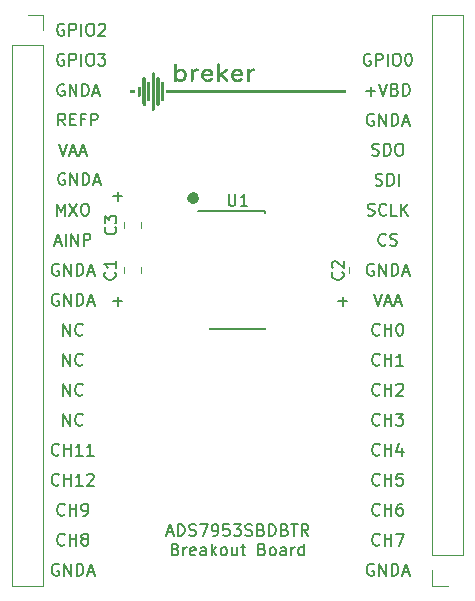
<source format=gbr>
G04 #@! TF.GenerationSoftware,KiCad,Pcbnew,(5.1.5)-3*
G04 #@! TF.CreationDate,2021-03-02T00:32:15-05:00*
G04 #@! TF.ProjectId,adc7953-breakout,61646337-3935-4332-9d62-7265616b6f75,rev?*
G04 #@! TF.SameCoordinates,Original*
G04 #@! TF.FileFunction,Legend,Top*
G04 #@! TF.FilePolarity,Positive*
%FSLAX46Y46*%
G04 Gerber Fmt 4.6, Leading zero omitted, Abs format (unit mm)*
G04 Created by KiCad (PCBNEW (5.1.5)-3) date 2021-03-02 00:32:15*
%MOMM*%
%LPD*%
G04 APERTURE LIST*
%ADD10C,0.150000*%
%ADD11C,0.750000*%
%ADD12C,0.010000*%
%ADD13C,0.120000*%
G04 APERTURE END LIST*
D10*
X154043809Y-119991666D02*
X154520000Y-119991666D01*
X153948571Y-120277380D02*
X154281904Y-119277380D01*
X154615238Y-120277380D01*
X154948571Y-120277380D02*
X154948571Y-119277380D01*
X155186666Y-119277380D01*
X155329523Y-119325000D01*
X155424761Y-119420238D01*
X155472380Y-119515476D01*
X155520000Y-119705952D01*
X155520000Y-119848809D01*
X155472380Y-120039285D01*
X155424761Y-120134523D01*
X155329523Y-120229761D01*
X155186666Y-120277380D01*
X154948571Y-120277380D01*
X155900952Y-120229761D02*
X156043809Y-120277380D01*
X156281904Y-120277380D01*
X156377142Y-120229761D01*
X156424761Y-120182142D01*
X156472380Y-120086904D01*
X156472380Y-119991666D01*
X156424761Y-119896428D01*
X156377142Y-119848809D01*
X156281904Y-119801190D01*
X156091428Y-119753571D01*
X155996190Y-119705952D01*
X155948571Y-119658333D01*
X155900952Y-119563095D01*
X155900952Y-119467857D01*
X155948571Y-119372619D01*
X155996190Y-119325000D01*
X156091428Y-119277380D01*
X156329523Y-119277380D01*
X156472380Y-119325000D01*
X156805714Y-119277380D02*
X157472380Y-119277380D01*
X157043809Y-120277380D01*
X157900952Y-120277380D02*
X158091428Y-120277380D01*
X158186666Y-120229761D01*
X158234285Y-120182142D01*
X158329523Y-120039285D01*
X158377142Y-119848809D01*
X158377142Y-119467857D01*
X158329523Y-119372619D01*
X158281904Y-119325000D01*
X158186666Y-119277380D01*
X157996190Y-119277380D01*
X157900952Y-119325000D01*
X157853333Y-119372619D01*
X157805714Y-119467857D01*
X157805714Y-119705952D01*
X157853333Y-119801190D01*
X157900952Y-119848809D01*
X157996190Y-119896428D01*
X158186666Y-119896428D01*
X158281904Y-119848809D01*
X158329523Y-119801190D01*
X158377142Y-119705952D01*
X159281904Y-119277380D02*
X158805714Y-119277380D01*
X158758095Y-119753571D01*
X158805714Y-119705952D01*
X158900952Y-119658333D01*
X159139047Y-119658333D01*
X159234285Y-119705952D01*
X159281904Y-119753571D01*
X159329523Y-119848809D01*
X159329523Y-120086904D01*
X159281904Y-120182142D01*
X159234285Y-120229761D01*
X159139047Y-120277380D01*
X158900952Y-120277380D01*
X158805714Y-120229761D01*
X158758095Y-120182142D01*
X159662857Y-119277380D02*
X160281904Y-119277380D01*
X159948571Y-119658333D01*
X160091428Y-119658333D01*
X160186666Y-119705952D01*
X160234285Y-119753571D01*
X160281904Y-119848809D01*
X160281904Y-120086904D01*
X160234285Y-120182142D01*
X160186666Y-120229761D01*
X160091428Y-120277380D01*
X159805714Y-120277380D01*
X159710476Y-120229761D01*
X159662857Y-120182142D01*
X160662857Y-120229761D02*
X160805714Y-120277380D01*
X161043809Y-120277380D01*
X161139047Y-120229761D01*
X161186666Y-120182142D01*
X161234285Y-120086904D01*
X161234285Y-119991666D01*
X161186666Y-119896428D01*
X161139047Y-119848809D01*
X161043809Y-119801190D01*
X160853333Y-119753571D01*
X160758095Y-119705952D01*
X160710476Y-119658333D01*
X160662857Y-119563095D01*
X160662857Y-119467857D01*
X160710476Y-119372619D01*
X160758095Y-119325000D01*
X160853333Y-119277380D01*
X161091428Y-119277380D01*
X161234285Y-119325000D01*
X161996190Y-119753571D02*
X162139047Y-119801190D01*
X162186666Y-119848809D01*
X162234285Y-119944047D01*
X162234285Y-120086904D01*
X162186666Y-120182142D01*
X162139047Y-120229761D01*
X162043809Y-120277380D01*
X161662857Y-120277380D01*
X161662857Y-119277380D01*
X161996190Y-119277380D01*
X162091428Y-119325000D01*
X162139047Y-119372619D01*
X162186666Y-119467857D01*
X162186666Y-119563095D01*
X162139047Y-119658333D01*
X162091428Y-119705952D01*
X161996190Y-119753571D01*
X161662857Y-119753571D01*
X162662857Y-120277380D02*
X162662857Y-119277380D01*
X162900952Y-119277380D01*
X163043809Y-119325000D01*
X163139047Y-119420238D01*
X163186666Y-119515476D01*
X163234285Y-119705952D01*
X163234285Y-119848809D01*
X163186666Y-120039285D01*
X163139047Y-120134523D01*
X163043809Y-120229761D01*
X162900952Y-120277380D01*
X162662857Y-120277380D01*
X163996190Y-119753571D02*
X164139047Y-119801190D01*
X164186666Y-119848809D01*
X164234285Y-119944047D01*
X164234285Y-120086904D01*
X164186666Y-120182142D01*
X164139047Y-120229761D01*
X164043809Y-120277380D01*
X163662857Y-120277380D01*
X163662857Y-119277380D01*
X163996190Y-119277380D01*
X164091428Y-119325000D01*
X164139047Y-119372619D01*
X164186666Y-119467857D01*
X164186666Y-119563095D01*
X164139047Y-119658333D01*
X164091428Y-119705952D01*
X163996190Y-119753571D01*
X163662857Y-119753571D01*
X164520000Y-119277380D02*
X165091428Y-119277380D01*
X164805714Y-120277380D02*
X164805714Y-119277380D01*
X165996190Y-120277380D02*
X165662857Y-119801190D01*
X165424761Y-120277380D02*
X165424761Y-119277380D01*
X165805714Y-119277380D01*
X165900952Y-119325000D01*
X165948571Y-119372619D01*
X165996190Y-119467857D01*
X165996190Y-119610714D01*
X165948571Y-119705952D01*
X165900952Y-119753571D01*
X165805714Y-119801190D01*
X165424761Y-119801190D01*
X154758095Y-121403571D02*
X154900952Y-121451190D01*
X154948571Y-121498809D01*
X154996190Y-121594047D01*
X154996190Y-121736904D01*
X154948571Y-121832142D01*
X154900952Y-121879761D01*
X154805714Y-121927380D01*
X154424761Y-121927380D01*
X154424761Y-120927380D01*
X154758095Y-120927380D01*
X154853333Y-120975000D01*
X154900952Y-121022619D01*
X154948571Y-121117857D01*
X154948571Y-121213095D01*
X154900952Y-121308333D01*
X154853333Y-121355952D01*
X154758095Y-121403571D01*
X154424761Y-121403571D01*
X155424761Y-121927380D02*
X155424761Y-121260714D01*
X155424761Y-121451190D02*
X155472380Y-121355952D01*
X155520000Y-121308333D01*
X155615238Y-121260714D01*
X155710476Y-121260714D01*
X156424761Y-121879761D02*
X156329523Y-121927380D01*
X156139047Y-121927380D01*
X156043809Y-121879761D01*
X155996190Y-121784523D01*
X155996190Y-121403571D01*
X156043809Y-121308333D01*
X156139047Y-121260714D01*
X156329523Y-121260714D01*
X156424761Y-121308333D01*
X156472380Y-121403571D01*
X156472380Y-121498809D01*
X155996190Y-121594047D01*
X157329523Y-121927380D02*
X157329523Y-121403571D01*
X157281904Y-121308333D01*
X157186666Y-121260714D01*
X156996190Y-121260714D01*
X156900952Y-121308333D01*
X157329523Y-121879761D02*
X157234285Y-121927380D01*
X156996190Y-121927380D01*
X156900952Y-121879761D01*
X156853333Y-121784523D01*
X156853333Y-121689285D01*
X156900952Y-121594047D01*
X156996190Y-121546428D01*
X157234285Y-121546428D01*
X157329523Y-121498809D01*
X157805714Y-121927380D02*
X157805714Y-120927380D01*
X157900952Y-121546428D02*
X158186666Y-121927380D01*
X158186666Y-121260714D02*
X157805714Y-121641666D01*
X158758095Y-121927380D02*
X158662857Y-121879761D01*
X158615238Y-121832142D01*
X158567619Y-121736904D01*
X158567619Y-121451190D01*
X158615238Y-121355952D01*
X158662857Y-121308333D01*
X158758095Y-121260714D01*
X158900952Y-121260714D01*
X158996190Y-121308333D01*
X159043809Y-121355952D01*
X159091428Y-121451190D01*
X159091428Y-121736904D01*
X159043809Y-121832142D01*
X158996190Y-121879761D01*
X158900952Y-121927380D01*
X158758095Y-121927380D01*
X159948571Y-121260714D02*
X159948571Y-121927380D01*
X159520000Y-121260714D02*
X159520000Y-121784523D01*
X159567619Y-121879761D01*
X159662857Y-121927380D01*
X159805714Y-121927380D01*
X159900952Y-121879761D01*
X159948571Y-121832142D01*
X160281904Y-121260714D02*
X160662857Y-121260714D01*
X160424761Y-120927380D02*
X160424761Y-121784523D01*
X160472380Y-121879761D01*
X160567619Y-121927380D01*
X160662857Y-121927380D01*
X162091428Y-121403571D02*
X162234285Y-121451190D01*
X162281904Y-121498809D01*
X162329523Y-121594047D01*
X162329523Y-121736904D01*
X162281904Y-121832142D01*
X162234285Y-121879761D01*
X162139047Y-121927380D01*
X161758095Y-121927380D01*
X161758095Y-120927380D01*
X162091428Y-120927380D01*
X162186666Y-120975000D01*
X162234285Y-121022619D01*
X162281904Y-121117857D01*
X162281904Y-121213095D01*
X162234285Y-121308333D01*
X162186666Y-121355952D01*
X162091428Y-121403571D01*
X161758095Y-121403571D01*
X162900952Y-121927380D02*
X162805714Y-121879761D01*
X162758095Y-121832142D01*
X162710476Y-121736904D01*
X162710476Y-121451190D01*
X162758095Y-121355952D01*
X162805714Y-121308333D01*
X162900952Y-121260714D01*
X163043809Y-121260714D01*
X163139047Y-121308333D01*
X163186666Y-121355952D01*
X163234285Y-121451190D01*
X163234285Y-121736904D01*
X163186666Y-121832142D01*
X163139047Y-121879761D01*
X163043809Y-121927380D01*
X162900952Y-121927380D01*
X164091428Y-121927380D02*
X164091428Y-121403571D01*
X164043809Y-121308333D01*
X163948571Y-121260714D01*
X163758095Y-121260714D01*
X163662857Y-121308333D01*
X164091428Y-121879761D02*
X163996190Y-121927380D01*
X163758095Y-121927380D01*
X163662857Y-121879761D01*
X163615238Y-121784523D01*
X163615238Y-121689285D01*
X163662857Y-121594047D01*
X163758095Y-121546428D01*
X163996190Y-121546428D01*
X164091428Y-121498809D01*
X164567619Y-121927380D02*
X164567619Y-121260714D01*
X164567619Y-121451190D02*
X164615238Y-121355952D01*
X164662857Y-121308333D01*
X164758095Y-121260714D01*
X164853333Y-121260714D01*
X165615238Y-121927380D02*
X165615238Y-120927380D01*
X165615238Y-121879761D02*
X165520000Y-121927380D01*
X165329523Y-121927380D01*
X165234285Y-121879761D01*
X165186666Y-121832142D01*
X165139047Y-121736904D01*
X165139047Y-121451190D01*
X165186666Y-121355952D01*
X165234285Y-121308333D01*
X165329523Y-121260714D01*
X165520000Y-121260714D01*
X165615238Y-121308333D01*
X171243809Y-79510000D02*
X171148571Y-79462380D01*
X171005714Y-79462380D01*
X170862857Y-79510000D01*
X170767619Y-79605238D01*
X170720000Y-79700476D01*
X170672380Y-79890952D01*
X170672380Y-80033809D01*
X170720000Y-80224285D01*
X170767619Y-80319523D01*
X170862857Y-80414761D01*
X171005714Y-80462380D01*
X171100952Y-80462380D01*
X171243809Y-80414761D01*
X171291428Y-80367142D01*
X171291428Y-80033809D01*
X171100952Y-80033809D01*
X171720000Y-80462380D02*
X171720000Y-79462380D01*
X172100952Y-79462380D01*
X172196190Y-79510000D01*
X172243809Y-79557619D01*
X172291428Y-79652857D01*
X172291428Y-79795714D01*
X172243809Y-79890952D01*
X172196190Y-79938571D01*
X172100952Y-79986190D01*
X171720000Y-79986190D01*
X172720000Y-80462380D02*
X172720000Y-79462380D01*
X173386666Y-79462380D02*
X173577142Y-79462380D01*
X173672380Y-79510000D01*
X173767619Y-79605238D01*
X173815238Y-79795714D01*
X173815238Y-80129047D01*
X173767619Y-80319523D01*
X173672380Y-80414761D01*
X173577142Y-80462380D01*
X173386666Y-80462380D01*
X173291428Y-80414761D01*
X173196190Y-80319523D01*
X173148571Y-80129047D01*
X173148571Y-79795714D01*
X173196190Y-79605238D01*
X173291428Y-79510000D01*
X173386666Y-79462380D01*
X174434285Y-79462380D02*
X174529523Y-79462380D01*
X174624761Y-79510000D01*
X174672380Y-79557619D01*
X174720000Y-79652857D01*
X174767619Y-79843333D01*
X174767619Y-80081428D01*
X174720000Y-80271904D01*
X174672380Y-80367142D01*
X174624761Y-80414761D01*
X174529523Y-80462380D01*
X174434285Y-80462380D01*
X174339047Y-80414761D01*
X174291428Y-80367142D01*
X174243809Y-80271904D01*
X174196190Y-80081428D01*
X174196190Y-79843333D01*
X174243809Y-79652857D01*
X174291428Y-79557619D01*
X174339047Y-79510000D01*
X174434285Y-79462380D01*
X170910476Y-82621428D02*
X171672380Y-82621428D01*
X171291428Y-83002380D02*
X171291428Y-82240476D01*
X172005714Y-82002380D02*
X172339047Y-83002380D01*
X172672380Y-82002380D01*
X173339047Y-82478571D02*
X173481904Y-82526190D01*
X173529523Y-82573809D01*
X173577142Y-82669047D01*
X173577142Y-82811904D01*
X173529523Y-82907142D01*
X173481904Y-82954761D01*
X173386666Y-83002380D01*
X173005714Y-83002380D01*
X173005714Y-82002380D01*
X173339047Y-82002380D01*
X173434285Y-82050000D01*
X173481904Y-82097619D01*
X173529523Y-82192857D01*
X173529523Y-82288095D01*
X173481904Y-82383333D01*
X173434285Y-82430952D01*
X173339047Y-82478571D01*
X173005714Y-82478571D01*
X174005714Y-83002380D02*
X174005714Y-82002380D01*
X174243809Y-82002380D01*
X174386666Y-82050000D01*
X174481904Y-82145238D01*
X174529523Y-82240476D01*
X174577142Y-82430952D01*
X174577142Y-82573809D01*
X174529523Y-82764285D01*
X174481904Y-82859523D01*
X174386666Y-82954761D01*
X174243809Y-83002380D01*
X174005714Y-83002380D01*
X171529523Y-84590000D02*
X171434285Y-84542380D01*
X171291428Y-84542380D01*
X171148571Y-84590000D01*
X171053333Y-84685238D01*
X171005714Y-84780476D01*
X170958095Y-84970952D01*
X170958095Y-85113809D01*
X171005714Y-85304285D01*
X171053333Y-85399523D01*
X171148571Y-85494761D01*
X171291428Y-85542380D01*
X171386666Y-85542380D01*
X171529523Y-85494761D01*
X171577142Y-85447142D01*
X171577142Y-85113809D01*
X171386666Y-85113809D01*
X172005714Y-85542380D02*
X172005714Y-84542380D01*
X172577142Y-85542380D01*
X172577142Y-84542380D01*
X173053333Y-85542380D02*
X173053333Y-84542380D01*
X173291428Y-84542380D01*
X173434285Y-84590000D01*
X173529523Y-84685238D01*
X173577142Y-84780476D01*
X173624761Y-84970952D01*
X173624761Y-85113809D01*
X173577142Y-85304285D01*
X173529523Y-85399523D01*
X173434285Y-85494761D01*
X173291428Y-85542380D01*
X173053333Y-85542380D01*
X174005714Y-85256666D02*
X174481904Y-85256666D01*
X173910476Y-85542380D02*
X174243809Y-84542380D01*
X174577142Y-85542380D01*
X171410476Y-88034761D02*
X171553333Y-88082380D01*
X171791428Y-88082380D01*
X171886666Y-88034761D01*
X171934285Y-87987142D01*
X171981904Y-87891904D01*
X171981904Y-87796666D01*
X171934285Y-87701428D01*
X171886666Y-87653809D01*
X171791428Y-87606190D01*
X171600952Y-87558571D01*
X171505714Y-87510952D01*
X171458095Y-87463333D01*
X171410476Y-87368095D01*
X171410476Y-87272857D01*
X171458095Y-87177619D01*
X171505714Y-87130000D01*
X171600952Y-87082380D01*
X171839047Y-87082380D01*
X171981904Y-87130000D01*
X172410476Y-88082380D02*
X172410476Y-87082380D01*
X172648571Y-87082380D01*
X172791428Y-87130000D01*
X172886666Y-87225238D01*
X172934285Y-87320476D01*
X172981904Y-87510952D01*
X172981904Y-87653809D01*
X172934285Y-87844285D01*
X172886666Y-87939523D01*
X172791428Y-88034761D01*
X172648571Y-88082380D01*
X172410476Y-88082380D01*
X173600952Y-87082380D02*
X173791428Y-87082380D01*
X173886666Y-87130000D01*
X173981904Y-87225238D01*
X174029523Y-87415714D01*
X174029523Y-87749047D01*
X173981904Y-87939523D01*
X173886666Y-88034761D01*
X173791428Y-88082380D01*
X173600952Y-88082380D01*
X173505714Y-88034761D01*
X173410476Y-87939523D01*
X173362857Y-87749047D01*
X173362857Y-87415714D01*
X173410476Y-87225238D01*
X173505714Y-87130000D01*
X173600952Y-87082380D01*
X171696190Y-90574761D02*
X171839047Y-90622380D01*
X172077142Y-90622380D01*
X172172380Y-90574761D01*
X172220000Y-90527142D01*
X172267619Y-90431904D01*
X172267619Y-90336666D01*
X172220000Y-90241428D01*
X172172380Y-90193809D01*
X172077142Y-90146190D01*
X171886666Y-90098571D01*
X171791428Y-90050952D01*
X171743809Y-90003333D01*
X171696190Y-89908095D01*
X171696190Y-89812857D01*
X171743809Y-89717619D01*
X171791428Y-89670000D01*
X171886666Y-89622380D01*
X172124761Y-89622380D01*
X172267619Y-89670000D01*
X172696190Y-90622380D02*
X172696190Y-89622380D01*
X172934285Y-89622380D01*
X173077142Y-89670000D01*
X173172380Y-89765238D01*
X173220000Y-89860476D01*
X173267619Y-90050952D01*
X173267619Y-90193809D01*
X173220000Y-90384285D01*
X173172380Y-90479523D01*
X173077142Y-90574761D01*
X172934285Y-90622380D01*
X172696190Y-90622380D01*
X173696190Y-90622380D02*
X173696190Y-89622380D01*
X171029523Y-93114761D02*
X171172380Y-93162380D01*
X171410476Y-93162380D01*
X171505714Y-93114761D01*
X171553333Y-93067142D01*
X171600952Y-92971904D01*
X171600952Y-92876666D01*
X171553333Y-92781428D01*
X171505714Y-92733809D01*
X171410476Y-92686190D01*
X171220000Y-92638571D01*
X171124761Y-92590952D01*
X171077142Y-92543333D01*
X171029523Y-92448095D01*
X171029523Y-92352857D01*
X171077142Y-92257619D01*
X171124761Y-92210000D01*
X171220000Y-92162380D01*
X171458095Y-92162380D01*
X171600952Y-92210000D01*
X172600952Y-93067142D02*
X172553333Y-93114761D01*
X172410476Y-93162380D01*
X172315238Y-93162380D01*
X172172380Y-93114761D01*
X172077142Y-93019523D01*
X172029523Y-92924285D01*
X171981904Y-92733809D01*
X171981904Y-92590952D01*
X172029523Y-92400476D01*
X172077142Y-92305238D01*
X172172380Y-92210000D01*
X172315238Y-92162380D01*
X172410476Y-92162380D01*
X172553333Y-92210000D01*
X172600952Y-92257619D01*
X173505714Y-93162380D02*
X173029523Y-93162380D01*
X173029523Y-92162380D01*
X173839047Y-93162380D02*
X173839047Y-92162380D01*
X174410476Y-93162380D02*
X173981904Y-92590952D01*
X174410476Y-92162380D02*
X173839047Y-92733809D01*
X172553333Y-95607142D02*
X172505714Y-95654761D01*
X172362857Y-95702380D01*
X172267619Y-95702380D01*
X172124761Y-95654761D01*
X172029523Y-95559523D01*
X171981904Y-95464285D01*
X171934285Y-95273809D01*
X171934285Y-95130952D01*
X171981904Y-94940476D01*
X172029523Y-94845238D01*
X172124761Y-94750000D01*
X172267619Y-94702380D01*
X172362857Y-94702380D01*
X172505714Y-94750000D01*
X172553333Y-94797619D01*
X172934285Y-95654761D02*
X173077142Y-95702380D01*
X173315238Y-95702380D01*
X173410476Y-95654761D01*
X173458095Y-95607142D01*
X173505714Y-95511904D01*
X173505714Y-95416666D01*
X173458095Y-95321428D01*
X173410476Y-95273809D01*
X173315238Y-95226190D01*
X173124761Y-95178571D01*
X173029523Y-95130952D01*
X172981904Y-95083333D01*
X172934285Y-94988095D01*
X172934285Y-94892857D01*
X172981904Y-94797619D01*
X173029523Y-94750000D01*
X173124761Y-94702380D01*
X173362857Y-94702380D01*
X173505714Y-94750000D01*
X171529523Y-97290000D02*
X171434285Y-97242380D01*
X171291428Y-97242380D01*
X171148571Y-97290000D01*
X171053333Y-97385238D01*
X171005714Y-97480476D01*
X170958095Y-97670952D01*
X170958095Y-97813809D01*
X171005714Y-98004285D01*
X171053333Y-98099523D01*
X171148571Y-98194761D01*
X171291428Y-98242380D01*
X171386666Y-98242380D01*
X171529523Y-98194761D01*
X171577142Y-98147142D01*
X171577142Y-97813809D01*
X171386666Y-97813809D01*
X172005714Y-98242380D02*
X172005714Y-97242380D01*
X172577142Y-98242380D01*
X172577142Y-97242380D01*
X173053333Y-98242380D02*
X173053333Y-97242380D01*
X173291428Y-97242380D01*
X173434285Y-97290000D01*
X173529523Y-97385238D01*
X173577142Y-97480476D01*
X173624761Y-97670952D01*
X173624761Y-97813809D01*
X173577142Y-98004285D01*
X173529523Y-98099523D01*
X173434285Y-98194761D01*
X173291428Y-98242380D01*
X173053333Y-98242380D01*
X174005714Y-97956666D02*
X174481904Y-97956666D01*
X173910476Y-98242380D02*
X174243809Y-97242380D01*
X174577142Y-98242380D01*
X171529523Y-99782380D02*
X171862857Y-100782380D01*
X172196190Y-99782380D01*
X172481904Y-100496666D02*
X172958095Y-100496666D01*
X172386666Y-100782380D02*
X172720000Y-99782380D01*
X173053333Y-100782380D01*
X173339047Y-100496666D02*
X173815238Y-100496666D01*
X173243809Y-100782380D02*
X173577142Y-99782380D01*
X173910476Y-100782380D01*
X172029523Y-103227142D02*
X171981904Y-103274761D01*
X171839047Y-103322380D01*
X171743809Y-103322380D01*
X171600952Y-103274761D01*
X171505714Y-103179523D01*
X171458095Y-103084285D01*
X171410476Y-102893809D01*
X171410476Y-102750952D01*
X171458095Y-102560476D01*
X171505714Y-102465238D01*
X171600952Y-102370000D01*
X171743809Y-102322380D01*
X171839047Y-102322380D01*
X171981904Y-102370000D01*
X172029523Y-102417619D01*
X172458095Y-103322380D02*
X172458095Y-102322380D01*
X172458095Y-102798571D02*
X173029523Y-102798571D01*
X173029523Y-103322380D02*
X173029523Y-102322380D01*
X173696190Y-102322380D02*
X173791428Y-102322380D01*
X173886666Y-102370000D01*
X173934285Y-102417619D01*
X173981904Y-102512857D01*
X174029523Y-102703333D01*
X174029523Y-102941428D01*
X173981904Y-103131904D01*
X173934285Y-103227142D01*
X173886666Y-103274761D01*
X173791428Y-103322380D01*
X173696190Y-103322380D01*
X173600952Y-103274761D01*
X173553333Y-103227142D01*
X173505714Y-103131904D01*
X173458095Y-102941428D01*
X173458095Y-102703333D01*
X173505714Y-102512857D01*
X173553333Y-102417619D01*
X173600952Y-102370000D01*
X173696190Y-102322380D01*
X172029523Y-105767142D02*
X171981904Y-105814761D01*
X171839047Y-105862380D01*
X171743809Y-105862380D01*
X171600952Y-105814761D01*
X171505714Y-105719523D01*
X171458095Y-105624285D01*
X171410476Y-105433809D01*
X171410476Y-105290952D01*
X171458095Y-105100476D01*
X171505714Y-105005238D01*
X171600952Y-104910000D01*
X171743809Y-104862380D01*
X171839047Y-104862380D01*
X171981904Y-104910000D01*
X172029523Y-104957619D01*
X172458095Y-105862380D02*
X172458095Y-104862380D01*
X172458095Y-105338571D02*
X173029523Y-105338571D01*
X173029523Y-105862380D02*
X173029523Y-104862380D01*
X174029523Y-105862380D02*
X173458095Y-105862380D01*
X173743809Y-105862380D02*
X173743809Y-104862380D01*
X173648571Y-105005238D01*
X173553333Y-105100476D01*
X173458095Y-105148095D01*
X172029523Y-108307142D02*
X171981904Y-108354761D01*
X171839047Y-108402380D01*
X171743809Y-108402380D01*
X171600952Y-108354761D01*
X171505714Y-108259523D01*
X171458095Y-108164285D01*
X171410476Y-107973809D01*
X171410476Y-107830952D01*
X171458095Y-107640476D01*
X171505714Y-107545238D01*
X171600952Y-107450000D01*
X171743809Y-107402380D01*
X171839047Y-107402380D01*
X171981904Y-107450000D01*
X172029523Y-107497619D01*
X172458095Y-108402380D02*
X172458095Y-107402380D01*
X172458095Y-107878571D02*
X173029523Y-107878571D01*
X173029523Y-108402380D02*
X173029523Y-107402380D01*
X173458095Y-107497619D02*
X173505714Y-107450000D01*
X173600952Y-107402380D01*
X173839047Y-107402380D01*
X173934285Y-107450000D01*
X173981904Y-107497619D01*
X174029523Y-107592857D01*
X174029523Y-107688095D01*
X173981904Y-107830952D01*
X173410476Y-108402380D01*
X174029523Y-108402380D01*
X172029523Y-110847142D02*
X171981904Y-110894761D01*
X171839047Y-110942380D01*
X171743809Y-110942380D01*
X171600952Y-110894761D01*
X171505714Y-110799523D01*
X171458095Y-110704285D01*
X171410476Y-110513809D01*
X171410476Y-110370952D01*
X171458095Y-110180476D01*
X171505714Y-110085238D01*
X171600952Y-109990000D01*
X171743809Y-109942380D01*
X171839047Y-109942380D01*
X171981904Y-109990000D01*
X172029523Y-110037619D01*
X172458095Y-110942380D02*
X172458095Y-109942380D01*
X172458095Y-110418571D02*
X173029523Y-110418571D01*
X173029523Y-110942380D02*
X173029523Y-109942380D01*
X173410476Y-109942380D02*
X174029523Y-109942380D01*
X173696190Y-110323333D01*
X173839047Y-110323333D01*
X173934285Y-110370952D01*
X173981904Y-110418571D01*
X174029523Y-110513809D01*
X174029523Y-110751904D01*
X173981904Y-110847142D01*
X173934285Y-110894761D01*
X173839047Y-110942380D01*
X173553333Y-110942380D01*
X173458095Y-110894761D01*
X173410476Y-110847142D01*
X172029523Y-113387142D02*
X171981904Y-113434761D01*
X171839047Y-113482380D01*
X171743809Y-113482380D01*
X171600952Y-113434761D01*
X171505714Y-113339523D01*
X171458095Y-113244285D01*
X171410476Y-113053809D01*
X171410476Y-112910952D01*
X171458095Y-112720476D01*
X171505714Y-112625238D01*
X171600952Y-112530000D01*
X171743809Y-112482380D01*
X171839047Y-112482380D01*
X171981904Y-112530000D01*
X172029523Y-112577619D01*
X172458095Y-113482380D02*
X172458095Y-112482380D01*
X172458095Y-112958571D02*
X173029523Y-112958571D01*
X173029523Y-113482380D02*
X173029523Y-112482380D01*
X173934285Y-112815714D02*
X173934285Y-113482380D01*
X173696190Y-112434761D02*
X173458095Y-113149047D01*
X174077142Y-113149047D01*
X172029523Y-115927142D02*
X171981904Y-115974761D01*
X171839047Y-116022380D01*
X171743809Y-116022380D01*
X171600952Y-115974761D01*
X171505714Y-115879523D01*
X171458095Y-115784285D01*
X171410476Y-115593809D01*
X171410476Y-115450952D01*
X171458095Y-115260476D01*
X171505714Y-115165238D01*
X171600952Y-115070000D01*
X171743809Y-115022380D01*
X171839047Y-115022380D01*
X171981904Y-115070000D01*
X172029523Y-115117619D01*
X172458095Y-116022380D02*
X172458095Y-115022380D01*
X172458095Y-115498571D02*
X173029523Y-115498571D01*
X173029523Y-116022380D02*
X173029523Y-115022380D01*
X173981904Y-115022380D02*
X173505714Y-115022380D01*
X173458095Y-115498571D01*
X173505714Y-115450952D01*
X173600952Y-115403333D01*
X173839047Y-115403333D01*
X173934285Y-115450952D01*
X173981904Y-115498571D01*
X174029523Y-115593809D01*
X174029523Y-115831904D01*
X173981904Y-115927142D01*
X173934285Y-115974761D01*
X173839047Y-116022380D01*
X173600952Y-116022380D01*
X173505714Y-115974761D01*
X173458095Y-115927142D01*
X172029523Y-118467142D02*
X171981904Y-118514761D01*
X171839047Y-118562380D01*
X171743809Y-118562380D01*
X171600952Y-118514761D01*
X171505714Y-118419523D01*
X171458095Y-118324285D01*
X171410476Y-118133809D01*
X171410476Y-117990952D01*
X171458095Y-117800476D01*
X171505714Y-117705238D01*
X171600952Y-117610000D01*
X171743809Y-117562380D01*
X171839047Y-117562380D01*
X171981904Y-117610000D01*
X172029523Y-117657619D01*
X172458095Y-118562380D02*
X172458095Y-117562380D01*
X172458095Y-118038571D02*
X173029523Y-118038571D01*
X173029523Y-118562380D02*
X173029523Y-117562380D01*
X173934285Y-117562380D02*
X173743809Y-117562380D01*
X173648571Y-117610000D01*
X173600952Y-117657619D01*
X173505714Y-117800476D01*
X173458095Y-117990952D01*
X173458095Y-118371904D01*
X173505714Y-118467142D01*
X173553333Y-118514761D01*
X173648571Y-118562380D01*
X173839047Y-118562380D01*
X173934285Y-118514761D01*
X173981904Y-118467142D01*
X174029523Y-118371904D01*
X174029523Y-118133809D01*
X173981904Y-118038571D01*
X173934285Y-117990952D01*
X173839047Y-117943333D01*
X173648571Y-117943333D01*
X173553333Y-117990952D01*
X173505714Y-118038571D01*
X173458095Y-118133809D01*
X172029523Y-121007142D02*
X171981904Y-121054761D01*
X171839047Y-121102380D01*
X171743809Y-121102380D01*
X171600952Y-121054761D01*
X171505714Y-120959523D01*
X171458095Y-120864285D01*
X171410476Y-120673809D01*
X171410476Y-120530952D01*
X171458095Y-120340476D01*
X171505714Y-120245238D01*
X171600952Y-120150000D01*
X171743809Y-120102380D01*
X171839047Y-120102380D01*
X171981904Y-120150000D01*
X172029523Y-120197619D01*
X172458095Y-121102380D02*
X172458095Y-120102380D01*
X172458095Y-120578571D02*
X173029523Y-120578571D01*
X173029523Y-121102380D02*
X173029523Y-120102380D01*
X173410476Y-120102380D02*
X174077142Y-120102380D01*
X173648571Y-121102380D01*
X171529523Y-122690000D02*
X171434285Y-122642380D01*
X171291428Y-122642380D01*
X171148571Y-122690000D01*
X171053333Y-122785238D01*
X171005714Y-122880476D01*
X170958095Y-123070952D01*
X170958095Y-123213809D01*
X171005714Y-123404285D01*
X171053333Y-123499523D01*
X171148571Y-123594761D01*
X171291428Y-123642380D01*
X171386666Y-123642380D01*
X171529523Y-123594761D01*
X171577142Y-123547142D01*
X171577142Y-123213809D01*
X171386666Y-123213809D01*
X172005714Y-123642380D02*
X172005714Y-122642380D01*
X172577142Y-123642380D01*
X172577142Y-122642380D01*
X173053333Y-123642380D02*
X173053333Y-122642380D01*
X173291428Y-122642380D01*
X173434285Y-122690000D01*
X173529523Y-122785238D01*
X173577142Y-122880476D01*
X173624761Y-123070952D01*
X173624761Y-123213809D01*
X173577142Y-123404285D01*
X173529523Y-123499523D01*
X173434285Y-123594761D01*
X173291428Y-123642380D01*
X173053333Y-123642380D01*
X174005714Y-123356666D02*
X174481904Y-123356666D01*
X173910476Y-123642380D02*
X174243809Y-122642380D01*
X174577142Y-123642380D01*
X144859523Y-122690000D02*
X144764285Y-122642380D01*
X144621428Y-122642380D01*
X144478571Y-122690000D01*
X144383333Y-122785238D01*
X144335714Y-122880476D01*
X144288095Y-123070952D01*
X144288095Y-123213809D01*
X144335714Y-123404285D01*
X144383333Y-123499523D01*
X144478571Y-123594761D01*
X144621428Y-123642380D01*
X144716666Y-123642380D01*
X144859523Y-123594761D01*
X144907142Y-123547142D01*
X144907142Y-123213809D01*
X144716666Y-123213809D01*
X145335714Y-123642380D02*
X145335714Y-122642380D01*
X145907142Y-123642380D01*
X145907142Y-122642380D01*
X146383333Y-123642380D02*
X146383333Y-122642380D01*
X146621428Y-122642380D01*
X146764285Y-122690000D01*
X146859523Y-122785238D01*
X146907142Y-122880476D01*
X146954761Y-123070952D01*
X146954761Y-123213809D01*
X146907142Y-123404285D01*
X146859523Y-123499523D01*
X146764285Y-123594761D01*
X146621428Y-123642380D01*
X146383333Y-123642380D01*
X147335714Y-123356666D02*
X147811904Y-123356666D01*
X147240476Y-123642380D02*
X147573809Y-122642380D01*
X147907142Y-123642380D01*
X145359523Y-121007142D02*
X145311904Y-121054761D01*
X145169047Y-121102380D01*
X145073809Y-121102380D01*
X144930952Y-121054761D01*
X144835714Y-120959523D01*
X144788095Y-120864285D01*
X144740476Y-120673809D01*
X144740476Y-120530952D01*
X144788095Y-120340476D01*
X144835714Y-120245238D01*
X144930952Y-120150000D01*
X145073809Y-120102380D01*
X145169047Y-120102380D01*
X145311904Y-120150000D01*
X145359523Y-120197619D01*
X145788095Y-121102380D02*
X145788095Y-120102380D01*
X145788095Y-120578571D02*
X146359523Y-120578571D01*
X146359523Y-121102380D02*
X146359523Y-120102380D01*
X146978571Y-120530952D02*
X146883333Y-120483333D01*
X146835714Y-120435714D01*
X146788095Y-120340476D01*
X146788095Y-120292857D01*
X146835714Y-120197619D01*
X146883333Y-120150000D01*
X146978571Y-120102380D01*
X147169047Y-120102380D01*
X147264285Y-120150000D01*
X147311904Y-120197619D01*
X147359523Y-120292857D01*
X147359523Y-120340476D01*
X147311904Y-120435714D01*
X147264285Y-120483333D01*
X147169047Y-120530952D01*
X146978571Y-120530952D01*
X146883333Y-120578571D01*
X146835714Y-120626190D01*
X146788095Y-120721428D01*
X146788095Y-120911904D01*
X146835714Y-121007142D01*
X146883333Y-121054761D01*
X146978571Y-121102380D01*
X147169047Y-121102380D01*
X147264285Y-121054761D01*
X147311904Y-121007142D01*
X147359523Y-120911904D01*
X147359523Y-120721428D01*
X147311904Y-120626190D01*
X147264285Y-120578571D01*
X147169047Y-120530952D01*
X145359523Y-118467142D02*
X145311904Y-118514761D01*
X145169047Y-118562380D01*
X145073809Y-118562380D01*
X144930952Y-118514761D01*
X144835714Y-118419523D01*
X144788095Y-118324285D01*
X144740476Y-118133809D01*
X144740476Y-117990952D01*
X144788095Y-117800476D01*
X144835714Y-117705238D01*
X144930952Y-117610000D01*
X145073809Y-117562380D01*
X145169047Y-117562380D01*
X145311904Y-117610000D01*
X145359523Y-117657619D01*
X145788095Y-118562380D02*
X145788095Y-117562380D01*
X145788095Y-118038571D02*
X146359523Y-118038571D01*
X146359523Y-118562380D02*
X146359523Y-117562380D01*
X146883333Y-118562380D02*
X147073809Y-118562380D01*
X147169047Y-118514761D01*
X147216666Y-118467142D01*
X147311904Y-118324285D01*
X147359523Y-118133809D01*
X147359523Y-117752857D01*
X147311904Y-117657619D01*
X147264285Y-117610000D01*
X147169047Y-117562380D01*
X146978571Y-117562380D01*
X146883333Y-117610000D01*
X146835714Y-117657619D01*
X146788095Y-117752857D01*
X146788095Y-117990952D01*
X146835714Y-118086190D01*
X146883333Y-118133809D01*
X146978571Y-118181428D01*
X147169047Y-118181428D01*
X147264285Y-118133809D01*
X147311904Y-118086190D01*
X147359523Y-117990952D01*
X144883333Y-115927142D02*
X144835714Y-115974761D01*
X144692857Y-116022380D01*
X144597619Y-116022380D01*
X144454761Y-115974761D01*
X144359523Y-115879523D01*
X144311904Y-115784285D01*
X144264285Y-115593809D01*
X144264285Y-115450952D01*
X144311904Y-115260476D01*
X144359523Y-115165238D01*
X144454761Y-115070000D01*
X144597619Y-115022380D01*
X144692857Y-115022380D01*
X144835714Y-115070000D01*
X144883333Y-115117619D01*
X145311904Y-116022380D02*
X145311904Y-115022380D01*
X145311904Y-115498571D02*
X145883333Y-115498571D01*
X145883333Y-116022380D02*
X145883333Y-115022380D01*
X146883333Y-116022380D02*
X146311904Y-116022380D01*
X146597619Y-116022380D02*
X146597619Y-115022380D01*
X146502380Y-115165238D01*
X146407142Y-115260476D01*
X146311904Y-115308095D01*
X147264285Y-115117619D02*
X147311904Y-115070000D01*
X147407142Y-115022380D01*
X147645238Y-115022380D01*
X147740476Y-115070000D01*
X147788095Y-115117619D01*
X147835714Y-115212857D01*
X147835714Y-115308095D01*
X147788095Y-115450952D01*
X147216666Y-116022380D01*
X147835714Y-116022380D01*
X144883333Y-113387142D02*
X144835714Y-113434761D01*
X144692857Y-113482380D01*
X144597619Y-113482380D01*
X144454761Y-113434761D01*
X144359523Y-113339523D01*
X144311904Y-113244285D01*
X144264285Y-113053809D01*
X144264285Y-112910952D01*
X144311904Y-112720476D01*
X144359523Y-112625238D01*
X144454761Y-112530000D01*
X144597619Y-112482380D01*
X144692857Y-112482380D01*
X144835714Y-112530000D01*
X144883333Y-112577619D01*
X145311904Y-113482380D02*
X145311904Y-112482380D01*
X145311904Y-112958571D02*
X145883333Y-112958571D01*
X145883333Y-113482380D02*
X145883333Y-112482380D01*
X146883333Y-113482380D02*
X146311904Y-113482380D01*
X146597619Y-113482380D02*
X146597619Y-112482380D01*
X146502380Y-112625238D01*
X146407142Y-112720476D01*
X146311904Y-112768095D01*
X147835714Y-113482380D02*
X147264285Y-113482380D01*
X147550000Y-113482380D02*
X147550000Y-112482380D01*
X147454761Y-112625238D01*
X147359523Y-112720476D01*
X147264285Y-112768095D01*
X145264285Y-110942380D02*
X145264285Y-109942380D01*
X145835714Y-110942380D01*
X145835714Y-109942380D01*
X146883333Y-110847142D02*
X146835714Y-110894761D01*
X146692857Y-110942380D01*
X146597619Y-110942380D01*
X146454761Y-110894761D01*
X146359523Y-110799523D01*
X146311904Y-110704285D01*
X146264285Y-110513809D01*
X146264285Y-110370952D01*
X146311904Y-110180476D01*
X146359523Y-110085238D01*
X146454761Y-109990000D01*
X146597619Y-109942380D01*
X146692857Y-109942380D01*
X146835714Y-109990000D01*
X146883333Y-110037619D01*
X145264285Y-108402380D02*
X145264285Y-107402380D01*
X145835714Y-108402380D01*
X145835714Y-107402380D01*
X146883333Y-108307142D02*
X146835714Y-108354761D01*
X146692857Y-108402380D01*
X146597619Y-108402380D01*
X146454761Y-108354761D01*
X146359523Y-108259523D01*
X146311904Y-108164285D01*
X146264285Y-107973809D01*
X146264285Y-107830952D01*
X146311904Y-107640476D01*
X146359523Y-107545238D01*
X146454761Y-107450000D01*
X146597619Y-107402380D01*
X146692857Y-107402380D01*
X146835714Y-107450000D01*
X146883333Y-107497619D01*
X145264285Y-105862380D02*
X145264285Y-104862380D01*
X145835714Y-105862380D01*
X145835714Y-104862380D01*
X146883333Y-105767142D02*
X146835714Y-105814761D01*
X146692857Y-105862380D01*
X146597619Y-105862380D01*
X146454761Y-105814761D01*
X146359523Y-105719523D01*
X146311904Y-105624285D01*
X146264285Y-105433809D01*
X146264285Y-105290952D01*
X146311904Y-105100476D01*
X146359523Y-105005238D01*
X146454761Y-104910000D01*
X146597619Y-104862380D01*
X146692857Y-104862380D01*
X146835714Y-104910000D01*
X146883333Y-104957619D01*
X145264285Y-103322380D02*
X145264285Y-102322380D01*
X145835714Y-103322380D01*
X145835714Y-102322380D01*
X146883333Y-103227142D02*
X146835714Y-103274761D01*
X146692857Y-103322380D01*
X146597619Y-103322380D01*
X146454761Y-103274761D01*
X146359523Y-103179523D01*
X146311904Y-103084285D01*
X146264285Y-102893809D01*
X146264285Y-102750952D01*
X146311904Y-102560476D01*
X146359523Y-102465238D01*
X146454761Y-102370000D01*
X146597619Y-102322380D01*
X146692857Y-102322380D01*
X146835714Y-102370000D01*
X146883333Y-102417619D01*
X144859523Y-99830000D02*
X144764285Y-99782380D01*
X144621428Y-99782380D01*
X144478571Y-99830000D01*
X144383333Y-99925238D01*
X144335714Y-100020476D01*
X144288095Y-100210952D01*
X144288095Y-100353809D01*
X144335714Y-100544285D01*
X144383333Y-100639523D01*
X144478571Y-100734761D01*
X144621428Y-100782380D01*
X144716666Y-100782380D01*
X144859523Y-100734761D01*
X144907142Y-100687142D01*
X144907142Y-100353809D01*
X144716666Y-100353809D01*
X145335714Y-100782380D02*
X145335714Y-99782380D01*
X145907142Y-100782380D01*
X145907142Y-99782380D01*
X146383333Y-100782380D02*
X146383333Y-99782380D01*
X146621428Y-99782380D01*
X146764285Y-99830000D01*
X146859523Y-99925238D01*
X146907142Y-100020476D01*
X146954761Y-100210952D01*
X146954761Y-100353809D01*
X146907142Y-100544285D01*
X146859523Y-100639523D01*
X146764285Y-100734761D01*
X146621428Y-100782380D01*
X146383333Y-100782380D01*
X147335714Y-100496666D02*
X147811904Y-100496666D01*
X147240476Y-100782380D02*
X147573809Y-99782380D01*
X147907142Y-100782380D01*
X144859523Y-97290000D02*
X144764285Y-97242380D01*
X144621428Y-97242380D01*
X144478571Y-97290000D01*
X144383333Y-97385238D01*
X144335714Y-97480476D01*
X144288095Y-97670952D01*
X144288095Y-97813809D01*
X144335714Y-98004285D01*
X144383333Y-98099523D01*
X144478571Y-98194761D01*
X144621428Y-98242380D01*
X144716666Y-98242380D01*
X144859523Y-98194761D01*
X144907142Y-98147142D01*
X144907142Y-97813809D01*
X144716666Y-97813809D01*
X145335714Y-98242380D02*
X145335714Y-97242380D01*
X145907142Y-98242380D01*
X145907142Y-97242380D01*
X146383333Y-98242380D02*
X146383333Y-97242380D01*
X146621428Y-97242380D01*
X146764285Y-97290000D01*
X146859523Y-97385238D01*
X146907142Y-97480476D01*
X146954761Y-97670952D01*
X146954761Y-97813809D01*
X146907142Y-98004285D01*
X146859523Y-98099523D01*
X146764285Y-98194761D01*
X146621428Y-98242380D01*
X146383333Y-98242380D01*
X147335714Y-97956666D02*
X147811904Y-97956666D01*
X147240476Y-98242380D02*
X147573809Y-97242380D01*
X147907142Y-98242380D01*
X144550000Y-95416666D02*
X145026190Y-95416666D01*
X144454761Y-95702380D02*
X144788095Y-94702380D01*
X145121428Y-95702380D01*
X145454761Y-95702380D02*
X145454761Y-94702380D01*
X145930952Y-95702380D02*
X145930952Y-94702380D01*
X146502380Y-95702380D01*
X146502380Y-94702380D01*
X146978571Y-95702380D02*
X146978571Y-94702380D01*
X147359523Y-94702380D01*
X147454761Y-94750000D01*
X147502380Y-94797619D01*
X147550000Y-94892857D01*
X147550000Y-95035714D01*
X147502380Y-95130952D01*
X147454761Y-95178571D01*
X147359523Y-95226190D01*
X146978571Y-95226190D01*
X144716666Y-93162380D02*
X144716666Y-92162380D01*
X145050000Y-92876666D01*
X145383333Y-92162380D01*
X145383333Y-93162380D01*
X145764285Y-92162380D02*
X146430952Y-93162380D01*
X146430952Y-92162380D02*
X145764285Y-93162380D01*
X147002380Y-92162380D02*
X147192857Y-92162380D01*
X147288095Y-92210000D01*
X147383333Y-92305238D01*
X147430952Y-92495714D01*
X147430952Y-92829047D01*
X147383333Y-93019523D01*
X147288095Y-93114761D01*
X147192857Y-93162380D01*
X147002380Y-93162380D01*
X146907142Y-93114761D01*
X146811904Y-93019523D01*
X146764285Y-92829047D01*
X146764285Y-92495714D01*
X146811904Y-92305238D01*
X146907142Y-92210000D01*
X147002380Y-92162380D01*
X145369569Y-89615926D02*
X145274331Y-89568306D01*
X145131474Y-89568306D01*
X144988617Y-89615926D01*
X144893379Y-89711164D01*
X144845760Y-89806402D01*
X144798141Y-89996878D01*
X144798141Y-90139735D01*
X144845760Y-90330211D01*
X144893379Y-90425449D01*
X144988617Y-90520687D01*
X145131474Y-90568306D01*
X145226712Y-90568306D01*
X145369569Y-90520687D01*
X145417188Y-90473068D01*
X145417188Y-90139735D01*
X145226712Y-90139735D01*
X145845760Y-90568306D02*
X145845760Y-89568306D01*
X146417188Y-90568306D01*
X146417188Y-89568306D01*
X146893379Y-90568306D02*
X146893379Y-89568306D01*
X147131474Y-89568306D01*
X147274331Y-89615926D01*
X147369569Y-89711164D01*
X147417188Y-89806402D01*
X147464807Y-89996878D01*
X147464807Y-90139735D01*
X147417188Y-90330211D01*
X147369569Y-90425449D01*
X147274331Y-90520687D01*
X147131474Y-90568306D01*
X146893379Y-90568306D01*
X147845760Y-90282592D02*
X148321950Y-90282592D01*
X147750522Y-90568306D02*
X148083855Y-89568306D01*
X148417188Y-90568306D01*
X144859523Y-87077444D02*
X145192857Y-88077444D01*
X145526190Y-87077444D01*
X145811904Y-87791730D02*
X146288095Y-87791730D01*
X145716666Y-88077444D02*
X146050000Y-87077444D01*
X146383333Y-88077444D01*
X146669047Y-87791730D02*
X147145238Y-87791730D01*
X146573809Y-88077444D02*
X146907142Y-87077444D01*
X147240476Y-88077444D01*
X145402584Y-85521065D02*
X145069251Y-85044875D01*
X144831155Y-85521065D02*
X144831155Y-84521065D01*
X145212108Y-84521065D01*
X145307346Y-84568685D01*
X145354965Y-84616304D01*
X145402584Y-84711542D01*
X145402584Y-84854399D01*
X145354965Y-84949637D01*
X145307346Y-84997256D01*
X145212108Y-85044875D01*
X144831155Y-85044875D01*
X145831155Y-84997256D02*
X146164489Y-84997256D01*
X146307346Y-85521065D02*
X145831155Y-85521065D01*
X145831155Y-84521065D01*
X146307346Y-84521065D01*
X147069251Y-84997256D02*
X146735917Y-84997256D01*
X146735917Y-85521065D02*
X146735917Y-84521065D01*
X147212108Y-84521065D01*
X147593060Y-85521065D02*
X147593060Y-84521065D01*
X147974013Y-84521065D01*
X148069251Y-84568685D01*
X148116870Y-84616304D01*
X148164489Y-84711542D01*
X148164489Y-84854399D01*
X148116870Y-84949637D01*
X148069251Y-84997256D01*
X147974013Y-85044875D01*
X147593060Y-85044875D01*
X145312214Y-82073741D02*
X145216976Y-82026121D01*
X145074119Y-82026121D01*
X144931262Y-82073741D01*
X144836024Y-82168979D01*
X144788405Y-82264217D01*
X144740786Y-82454693D01*
X144740786Y-82597550D01*
X144788405Y-82788026D01*
X144836024Y-82883264D01*
X144931262Y-82978502D01*
X145074119Y-83026121D01*
X145169357Y-83026121D01*
X145312214Y-82978502D01*
X145359833Y-82930883D01*
X145359833Y-82597550D01*
X145169357Y-82597550D01*
X145788405Y-83026121D02*
X145788405Y-82026121D01*
X146359833Y-83026121D01*
X146359833Y-82026121D01*
X146836024Y-83026121D02*
X146836024Y-82026121D01*
X147074119Y-82026121D01*
X147216976Y-82073741D01*
X147312214Y-82168979D01*
X147359833Y-82264217D01*
X147407452Y-82454693D01*
X147407452Y-82597550D01*
X147359833Y-82788026D01*
X147312214Y-82883264D01*
X147216976Y-82978502D01*
X147074119Y-83026121D01*
X146836024Y-83026121D01*
X147788405Y-82740407D02*
X148264595Y-82740407D01*
X147693167Y-83026121D02*
X148026500Y-82026121D01*
X148359833Y-83026121D01*
X145296922Y-79505064D02*
X145201684Y-79457444D01*
X145058827Y-79457444D01*
X144915970Y-79505064D01*
X144820732Y-79600302D01*
X144773113Y-79695540D01*
X144725493Y-79886016D01*
X144725493Y-80028873D01*
X144773113Y-80219349D01*
X144820732Y-80314587D01*
X144915970Y-80409825D01*
X145058827Y-80457444D01*
X145154065Y-80457444D01*
X145296922Y-80409825D01*
X145344541Y-80362206D01*
X145344541Y-80028873D01*
X145154065Y-80028873D01*
X145773113Y-80457444D02*
X145773113Y-79457444D01*
X146154065Y-79457444D01*
X146249303Y-79505064D01*
X146296922Y-79552683D01*
X146344541Y-79647921D01*
X146344541Y-79790778D01*
X146296922Y-79886016D01*
X146249303Y-79933635D01*
X146154065Y-79981254D01*
X145773113Y-79981254D01*
X146773113Y-80457444D02*
X146773113Y-79457444D01*
X147439779Y-79457444D02*
X147630255Y-79457444D01*
X147725493Y-79505064D01*
X147820732Y-79600302D01*
X147868351Y-79790778D01*
X147868351Y-80124111D01*
X147820732Y-80314587D01*
X147725493Y-80409825D01*
X147630255Y-80457444D01*
X147439779Y-80457444D01*
X147344541Y-80409825D01*
X147249303Y-80314587D01*
X147201684Y-80124111D01*
X147201684Y-79790778D01*
X147249303Y-79600302D01*
X147344541Y-79505064D01*
X147439779Y-79457444D01*
X148201684Y-79457444D02*
X148820732Y-79457444D01*
X148487398Y-79838397D01*
X148630255Y-79838397D01*
X148725493Y-79886016D01*
X148773113Y-79933635D01*
X148820732Y-80028873D01*
X148820732Y-80266968D01*
X148773113Y-80362206D01*
X148725493Y-80409825D01*
X148630255Y-80457444D01*
X148344541Y-80457444D01*
X148249303Y-80409825D01*
X148201684Y-80362206D01*
X145296922Y-76965064D02*
X145201684Y-76917444D01*
X145058827Y-76917444D01*
X144915970Y-76965064D01*
X144820732Y-77060302D01*
X144773113Y-77155540D01*
X144725493Y-77346016D01*
X144725493Y-77488873D01*
X144773113Y-77679349D01*
X144820732Y-77774587D01*
X144915970Y-77869825D01*
X145058827Y-77917444D01*
X145154065Y-77917444D01*
X145296922Y-77869825D01*
X145344541Y-77822206D01*
X145344541Y-77488873D01*
X145154065Y-77488873D01*
X145773113Y-77917444D02*
X145773113Y-76917444D01*
X146154065Y-76917444D01*
X146249303Y-76965064D01*
X146296922Y-77012683D01*
X146344541Y-77107921D01*
X146344541Y-77250778D01*
X146296922Y-77346016D01*
X146249303Y-77393635D01*
X146154065Y-77441254D01*
X145773113Y-77441254D01*
X146773113Y-77917444D02*
X146773113Y-76917444D01*
X147439779Y-76917444D02*
X147630255Y-76917444D01*
X147725493Y-76965064D01*
X147820732Y-77060302D01*
X147868351Y-77250778D01*
X147868351Y-77584111D01*
X147820732Y-77774587D01*
X147725493Y-77869825D01*
X147630255Y-77917444D01*
X147439779Y-77917444D01*
X147344541Y-77869825D01*
X147249303Y-77774587D01*
X147201684Y-77584111D01*
X147201684Y-77250778D01*
X147249303Y-77060302D01*
X147344541Y-76965064D01*
X147439779Y-76917444D01*
X148249303Y-77012683D02*
X148296922Y-76965064D01*
X148392160Y-76917444D01*
X148630255Y-76917444D01*
X148725493Y-76965064D01*
X148773113Y-77012683D01*
X148820732Y-77107921D01*
X148820732Y-77203159D01*
X148773113Y-77346016D01*
X148201684Y-77917444D01*
X148820732Y-77917444D01*
X168529047Y-100401428D02*
X169290952Y-100401428D01*
X168910000Y-100782380D02*
X168910000Y-100020476D01*
D11*
X156210000Y-91511428D02*
X156067142Y-91654285D01*
X156210000Y-91797142D01*
X156352857Y-91654285D01*
X156210000Y-91511428D01*
X156210000Y-91797142D01*
D10*
X149479047Y-100401428D02*
X150240952Y-100401428D01*
X149860000Y-100782380D02*
X149860000Y-100020476D01*
X149479047Y-91511428D02*
X150240952Y-91511428D01*
X149860000Y-91892380D02*
X149860000Y-91130476D01*
D12*
G36*
X161357674Y-80719158D02*
G01*
X161412725Y-80749103D01*
X161432069Y-80784104D01*
X161416061Y-80825207D01*
X161400003Y-80843425D01*
X161370163Y-80865794D01*
X161335637Y-80868667D01*
X161299210Y-80860437D01*
X161222104Y-80856793D01*
X161145344Y-80884263D01*
X161075152Y-80938154D01*
X161017754Y-81013773D01*
X160981077Y-81100296D01*
X160974897Y-81139802D01*
X160969662Y-81207510D01*
X160965786Y-81295340D01*
X160963685Y-81395211D01*
X160963428Y-81444073D01*
X160962211Y-81569035D01*
X160958464Y-81659799D01*
X160952042Y-81718374D01*
X160942803Y-81746767D01*
X160941657Y-81748085D01*
X160900810Y-81767987D01*
X160854733Y-81763837D01*
X160820489Y-81737489D01*
X160818924Y-81734764D01*
X160812872Y-81704953D01*
X160807854Y-81642031D01*
X160803992Y-81549158D01*
X160801404Y-81429497D01*
X160800211Y-81286209D01*
X160800143Y-81239464D01*
X160800380Y-81091215D01*
X160801519Y-80975286D01*
X160804202Y-80887713D01*
X160809073Y-80824532D01*
X160816773Y-80781779D01*
X160827946Y-80755488D01*
X160843233Y-80741697D01*
X160863277Y-80736441D01*
X160881785Y-80735714D01*
X160927350Y-80747229D01*
X160953865Y-80784277D01*
X160963781Y-80850619D01*
X160963980Y-80861807D01*
X160965499Y-80909506D01*
X160970524Y-80925461D01*
X160981060Y-80914183D01*
X160984551Y-80908071D01*
X161043842Y-80827462D01*
X161119243Y-80764541D01*
X161202914Y-80723276D01*
X161287016Y-80707637D01*
X161357674Y-80719158D01*
G37*
X161357674Y-80719158D02*
X161412725Y-80749103D01*
X161432069Y-80784104D01*
X161416061Y-80825207D01*
X161400003Y-80843425D01*
X161370163Y-80865794D01*
X161335637Y-80868667D01*
X161299210Y-80860437D01*
X161222104Y-80856793D01*
X161145344Y-80884263D01*
X161075152Y-80938154D01*
X161017754Y-81013773D01*
X160981077Y-81100296D01*
X160974897Y-81139802D01*
X160969662Y-81207510D01*
X160965786Y-81295340D01*
X160963685Y-81395211D01*
X160963428Y-81444073D01*
X160962211Y-81569035D01*
X160958464Y-81659799D01*
X160952042Y-81718374D01*
X160942803Y-81746767D01*
X160941657Y-81748085D01*
X160900810Y-81767987D01*
X160854733Y-81763837D01*
X160820489Y-81737489D01*
X160818924Y-81734764D01*
X160812872Y-81704953D01*
X160807854Y-81642031D01*
X160803992Y-81549158D01*
X160801404Y-81429497D01*
X160800211Y-81286209D01*
X160800143Y-81239464D01*
X160800380Y-81091215D01*
X160801519Y-80975286D01*
X160804202Y-80887713D01*
X160809073Y-80824532D01*
X160816773Y-80781779D01*
X160827946Y-80755488D01*
X160843233Y-80741697D01*
X160863277Y-80736441D01*
X160881785Y-80735714D01*
X160927350Y-80747229D01*
X160953865Y-80784277D01*
X160963781Y-80850619D01*
X160963980Y-80861807D01*
X160965499Y-80909506D01*
X160970524Y-80925461D01*
X160981060Y-80914183D01*
X160984551Y-80908071D01*
X161043842Y-80827462D01*
X161119243Y-80764541D01*
X161202914Y-80723276D01*
X161287016Y-80707637D01*
X161357674Y-80719158D01*
G36*
X158387429Y-80289781D02*
G01*
X158405286Y-80299876D01*
X158414066Y-80310748D01*
X158421128Y-80333766D01*
X158426788Y-80372989D01*
X158431362Y-80432476D01*
X158435168Y-80516284D01*
X158438522Y-80628473D01*
X158441571Y-80764666D01*
X158450643Y-81212279D01*
X158718669Y-80972832D01*
X158813738Y-80888639D01*
X158886348Y-80826404D01*
X158940460Y-80783212D01*
X158980032Y-80756147D01*
X159009025Y-80742294D01*
X159031399Y-80738737D01*
X159036169Y-80739085D01*
X159075076Y-80752460D01*
X159090480Y-80787359D01*
X159091212Y-80792904D01*
X159089942Y-80815072D01*
X159078379Y-80839995D01*
X159052635Y-80872155D01*
X159008822Y-80916037D01*
X158943052Y-80976122D01*
X158896658Y-81017218D01*
X158696535Y-81193414D01*
X158913767Y-81426397D01*
X158984434Y-81503648D01*
X159045491Y-81573182D01*
X159092904Y-81630177D01*
X159122638Y-81669808D01*
X159131000Y-81686108D01*
X159115871Y-81724909D01*
X159080521Y-81757742D01*
X159043525Y-81770231D01*
X159021631Y-81757717D01*
X158979818Y-81722778D01*
X158922726Y-81669700D01*
X158854997Y-81602770D01*
X158793518Y-81539236D01*
X158573964Y-81307865D01*
X158507768Y-81358356D01*
X158441571Y-81408846D01*
X158441571Y-81567580D01*
X158439254Y-81657498D01*
X158430783Y-81716989D01*
X158413877Y-81751704D01*
X158386255Y-81767295D01*
X158359928Y-81769857D01*
X158318294Y-81760032D01*
X158300057Y-81748085D01*
X158294110Y-81732027D01*
X158289232Y-81695256D01*
X158285351Y-81635365D01*
X158282395Y-81549944D01*
X158280291Y-81436585D01*
X158278967Y-81292878D01*
X158278351Y-81116413D01*
X158278286Y-81023010D01*
X158278350Y-80844668D01*
X158278657Y-80699159D01*
X158279373Y-80583033D01*
X158280667Y-80492837D01*
X158282705Y-80425119D01*
X158285656Y-80376427D01*
X158289688Y-80343310D01*
X158294968Y-80322315D01*
X158301664Y-80309992D01*
X158309944Y-80302887D01*
X158313378Y-80300924D01*
X158354673Y-80284207D01*
X158387429Y-80289781D01*
G37*
X158387429Y-80289781D02*
X158405286Y-80299876D01*
X158414066Y-80310748D01*
X158421128Y-80333766D01*
X158426788Y-80372989D01*
X158431362Y-80432476D01*
X158435168Y-80516284D01*
X158438522Y-80628473D01*
X158441571Y-80764666D01*
X158450643Y-81212279D01*
X158718669Y-80972832D01*
X158813738Y-80888639D01*
X158886348Y-80826404D01*
X158940460Y-80783212D01*
X158980032Y-80756147D01*
X159009025Y-80742294D01*
X159031399Y-80738737D01*
X159036169Y-80739085D01*
X159075076Y-80752460D01*
X159090480Y-80787359D01*
X159091212Y-80792904D01*
X159089942Y-80815072D01*
X159078379Y-80839995D01*
X159052635Y-80872155D01*
X159008822Y-80916037D01*
X158943052Y-80976122D01*
X158896658Y-81017218D01*
X158696535Y-81193414D01*
X158913767Y-81426397D01*
X158984434Y-81503648D01*
X159045491Y-81573182D01*
X159092904Y-81630177D01*
X159122638Y-81669808D01*
X159131000Y-81686108D01*
X159115871Y-81724909D01*
X159080521Y-81757742D01*
X159043525Y-81770231D01*
X159021631Y-81757717D01*
X158979818Y-81722778D01*
X158922726Y-81669700D01*
X158854997Y-81602770D01*
X158793518Y-81539236D01*
X158573964Y-81307865D01*
X158507768Y-81358356D01*
X158441571Y-81408846D01*
X158441571Y-81567580D01*
X158439254Y-81657498D01*
X158430783Y-81716989D01*
X158413877Y-81751704D01*
X158386255Y-81767295D01*
X158359928Y-81769857D01*
X158318294Y-81760032D01*
X158300057Y-81748085D01*
X158294110Y-81732027D01*
X158289232Y-81695256D01*
X158285351Y-81635365D01*
X158282395Y-81549944D01*
X158280291Y-81436585D01*
X158278967Y-81292878D01*
X158278351Y-81116413D01*
X158278286Y-81023010D01*
X158278350Y-80844668D01*
X158278657Y-80699159D01*
X158279373Y-80583033D01*
X158280667Y-80492837D01*
X158282705Y-80425119D01*
X158285656Y-80376427D01*
X158289688Y-80343310D01*
X158294968Y-80322315D01*
X158301664Y-80309992D01*
X158309944Y-80302887D01*
X158313378Y-80300924D01*
X158354673Y-80284207D01*
X158387429Y-80289781D01*
G36*
X156586103Y-80719158D02*
G01*
X156641154Y-80749103D01*
X156660498Y-80784104D01*
X156644489Y-80825207D01*
X156628432Y-80843425D01*
X156598592Y-80865794D01*
X156564066Y-80868667D01*
X156527639Y-80860437D01*
X156450533Y-80856793D01*
X156373772Y-80884263D01*
X156303581Y-80938154D01*
X156246182Y-81013773D01*
X156209505Y-81100296D01*
X156203326Y-81139802D01*
X156198091Y-81207510D01*
X156194215Y-81295340D01*
X156192114Y-81395211D01*
X156191857Y-81444073D01*
X156190640Y-81569035D01*
X156186892Y-81659799D01*
X156180471Y-81718374D01*
X156171231Y-81746767D01*
X156170086Y-81748085D01*
X156129239Y-81767987D01*
X156083161Y-81763837D01*
X156048918Y-81737489D01*
X156047352Y-81734764D01*
X156041300Y-81704953D01*
X156036283Y-81642031D01*
X156032421Y-81549158D01*
X156029833Y-81429497D01*
X156028639Y-81286209D01*
X156028571Y-81239464D01*
X156028808Y-81091215D01*
X156029947Y-80975286D01*
X156032631Y-80887713D01*
X156037501Y-80824532D01*
X156045202Y-80781779D01*
X156056374Y-80755488D01*
X156071661Y-80741697D01*
X156091705Y-80736441D01*
X156110214Y-80735714D01*
X156155779Y-80747229D01*
X156182294Y-80784277D01*
X156192210Y-80850619D01*
X156192409Y-80861807D01*
X156193928Y-80909506D01*
X156198953Y-80925461D01*
X156209489Y-80914183D01*
X156212980Y-80908071D01*
X156272271Y-80827462D01*
X156347671Y-80764541D01*
X156431343Y-80723276D01*
X156515444Y-80707637D01*
X156586103Y-80719158D01*
G37*
X156586103Y-80719158D02*
X156641154Y-80749103D01*
X156660498Y-80784104D01*
X156644489Y-80825207D01*
X156628432Y-80843425D01*
X156598592Y-80865794D01*
X156564066Y-80868667D01*
X156527639Y-80860437D01*
X156450533Y-80856793D01*
X156373772Y-80884263D01*
X156303581Y-80938154D01*
X156246182Y-81013773D01*
X156209505Y-81100296D01*
X156203326Y-81139802D01*
X156198091Y-81207510D01*
X156194215Y-81295340D01*
X156192114Y-81395211D01*
X156191857Y-81444073D01*
X156190640Y-81569035D01*
X156186892Y-81659799D01*
X156180471Y-81718374D01*
X156171231Y-81746767D01*
X156170086Y-81748085D01*
X156129239Y-81767987D01*
X156083161Y-81763837D01*
X156048918Y-81737489D01*
X156047352Y-81734764D01*
X156041300Y-81704953D01*
X156036283Y-81642031D01*
X156032421Y-81549158D01*
X156029833Y-81429497D01*
X156028639Y-81286209D01*
X156028571Y-81239464D01*
X156028808Y-81091215D01*
X156029947Y-80975286D01*
X156032631Y-80887713D01*
X156037501Y-80824532D01*
X156045202Y-80781779D01*
X156056374Y-80755488D01*
X156071661Y-80741697D01*
X156091705Y-80736441D01*
X156110214Y-80735714D01*
X156155779Y-80747229D01*
X156182294Y-80784277D01*
X156192210Y-80850619D01*
X156192409Y-80861807D01*
X156193928Y-80909506D01*
X156198953Y-80925461D01*
X156209489Y-80914183D01*
X156212980Y-80908071D01*
X156272271Y-80827462D01*
X156347671Y-80764541D01*
X156431343Y-80723276D01*
X156515444Y-80707637D01*
X156586103Y-80719158D01*
G36*
X160047930Y-80727465D02*
G01*
X160161185Y-80777217D01*
X160260787Y-80860584D01*
X160265538Y-80865778D01*
X160330529Y-80951030D01*
X160370812Y-81040743D01*
X160391824Y-81136474D01*
X160397485Y-81180849D01*
X160396899Y-81214983D01*
X160386062Y-81240219D01*
X160360970Y-81257902D01*
X160317619Y-81269374D01*
X160252005Y-81275977D01*
X160160125Y-81279055D01*
X160037975Y-81279951D01*
X159963930Y-81280000D01*
X159583880Y-81280000D01*
X159595564Y-81329893D01*
X159636489Y-81439600D01*
X159700917Y-81530026D01*
X159783827Y-81595411D01*
X159851682Y-81623623D01*
X159946371Y-81640425D01*
X160033922Y-81633149D01*
X160123765Y-81599748D01*
X160216011Y-81544551D01*
X160294093Y-81491601D01*
X160331225Y-81528733D01*
X160355987Y-81561646D01*
X160353590Y-81592353D01*
X160348120Y-81603676D01*
X160315746Y-81641839D01*
X160261021Y-81685915D01*
X160195192Y-81728110D01*
X160129504Y-81760628D01*
X160112542Y-81766979D01*
X160035916Y-81782398D01*
X159942445Y-81786276D01*
X159849612Y-81778826D01*
X159782007Y-81762952D01*
X159657029Y-81703826D01*
X159561413Y-81625445D01*
X159494213Y-81526247D01*
X159454488Y-81404670D01*
X159441292Y-81259151D01*
X159442809Y-81201470D01*
X159454212Y-81112178D01*
X159603013Y-81112178D01*
X159611792Y-81120891D01*
X159640926Y-81127236D01*
X159694214Y-81131489D01*
X159775458Y-81133930D01*
X159888457Y-81134836D01*
X159913411Y-81134857D01*
X160224107Y-81134857D01*
X160212445Y-81076549D01*
X160183364Y-81008981D01*
X160129153Y-80944865D01*
X160060073Y-80895656D01*
X160043261Y-80887694D01*
X159948651Y-80865118D01*
X159850884Y-80872360D01*
X159759226Y-80906423D01*
X159682940Y-80964307D01*
X159643909Y-81016928D01*
X159619257Y-81065551D01*
X159604677Y-81103093D01*
X159603013Y-81112178D01*
X159454212Y-81112178D01*
X159458889Y-81075565D01*
X159495196Y-80972958D01*
X159555975Y-80884370D01*
X159614308Y-80826647D01*
X159708753Y-80759396D01*
X159808943Y-80722465D01*
X159921066Y-80711349D01*
X160047930Y-80727465D01*
G37*
X160047930Y-80727465D02*
X160161185Y-80777217D01*
X160260787Y-80860584D01*
X160265538Y-80865778D01*
X160330529Y-80951030D01*
X160370812Y-81040743D01*
X160391824Y-81136474D01*
X160397485Y-81180849D01*
X160396899Y-81214983D01*
X160386062Y-81240219D01*
X160360970Y-81257902D01*
X160317619Y-81269374D01*
X160252005Y-81275977D01*
X160160125Y-81279055D01*
X160037975Y-81279951D01*
X159963930Y-81280000D01*
X159583880Y-81280000D01*
X159595564Y-81329893D01*
X159636489Y-81439600D01*
X159700917Y-81530026D01*
X159783827Y-81595411D01*
X159851682Y-81623623D01*
X159946371Y-81640425D01*
X160033922Y-81633149D01*
X160123765Y-81599748D01*
X160216011Y-81544551D01*
X160294093Y-81491601D01*
X160331225Y-81528733D01*
X160355987Y-81561646D01*
X160353590Y-81592353D01*
X160348120Y-81603676D01*
X160315746Y-81641839D01*
X160261021Y-81685915D01*
X160195192Y-81728110D01*
X160129504Y-81760628D01*
X160112542Y-81766979D01*
X160035916Y-81782398D01*
X159942445Y-81786276D01*
X159849612Y-81778826D01*
X159782007Y-81762952D01*
X159657029Y-81703826D01*
X159561413Y-81625445D01*
X159494213Y-81526247D01*
X159454488Y-81404670D01*
X159441292Y-81259151D01*
X159442809Y-81201470D01*
X159454212Y-81112178D01*
X159603013Y-81112178D01*
X159611792Y-81120891D01*
X159640926Y-81127236D01*
X159694214Y-81131489D01*
X159775458Y-81133930D01*
X159888457Y-81134836D01*
X159913411Y-81134857D01*
X160224107Y-81134857D01*
X160212445Y-81076549D01*
X160183364Y-81008981D01*
X160129153Y-80944865D01*
X160060073Y-80895656D01*
X160043261Y-80887694D01*
X159948651Y-80865118D01*
X159850884Y-80872360D01*
X159759226Y-80906423D01*
X159682940Y-80964307D01*
X159643909Y-81016928D01*
X159619257Y-81065551D01*
X159604677Y-81103093D01*
X159603013Y-81112178D01*
X159454212Y-81112178D01*
X159458889Y-81075565D01*
X159495196Y-80972958D01*
X159555975Y-80884370D01*
X159614308Y-80826647D01*
X159708753Y-80759396D01*
X159808943Y-80722465D01*
X159921066Y-80711349D01*
X160047930Y-80727465D01*
G36*
X157526073Y-80727465D02*
G01*
X157639328Y-80777217D01*
X157738930Y-80860584D01*
X157743681Y-80865778D01*
X157808672Y-80951030D01*
X157848955Y-81040743D01*
X157869967Y-81136474D01*
X157875628Y-81180849D01*
X157875042Y-81214983D01*
X157864205Y-81240219D01*
X157839112Y-81257902D01*
X157795761Y-81269374D01*
X157730148Y-81275977D01*
X157638268Y-81279055D01*
X157516118Y-81279951D01*
X157442072Y-81280000D01*
X157062023Y-81280000D01*
X157073707Y-81329893D01*
X157114632Y-81439600D01*
X157179060Y-81530026D01*
X157261970Y-81595411D01*
X157329825Y-81623623D01*
X157424514Y-81640425D01*
X157512065Y-81633149D01*
X157601907Y-81599748D01*
X157694154Y-81544551D01*
X157772236Y-81491601D01*
X157809368Y-81528733D01*
X157834130Y-81561646D01*
X157831733Y-81592353D01*
X157826263Y-81603676D01*
X157793889Y-81641839D01*
X157739164Y-81685915D01*
X157673335Y-81728110D01*
X157607646Y-81760628D01*
X157590685Y-81766979D01*
X157514059Y-81782398D01*
X157420588Y-81786276D01*
X157327755Y-81778826D01*
X157260150Y-81762952D01*
X157135172Y-81703826D01*
X157039555Y-81625445D01*
X156972356Y-81526247D01*
X156932631Y-81404670D01*
X156919435Y-81259151D01*
X156920952Y-81201470D01*
X156932355Y-81112178D01*
X157081155Y-81112178D01*
X157089935Y-81120891D01*
X157119068Y-81127236D01*
X157172357Y-81131489D01*
X157253601Y-81133930D01*
X157366600Y-81134836D01*
X157391553Y-81134857D01*
X157702250Y-81134857D01*
X157690588Y-81076549D01*
X157661507Y-81008981D01*
X157607296Y-80944865D01*
X157538215Y-80895656D01*
X157521404Y-80887694D01*
X157426794Y-80865118D01*
X157329027Y-80872360D01*
X157237369Y-80906423D01*
X157161083Y-80964307D01*
X157122051Y-81016928D01*
X157097399Y-81065551D01*
X157082820Y-81103093D01*
X157081155Y-81112178D01*
X156932355Y-81112178D01*
X156937032Y-81075565D01*
X156973338Y-80972958D01*
X157034117Y-80884370D01*
X157092451Y-80826647D01*
X157186896Y-80759396D01*
X157287086Y-80722465D01*
X157399209Y-80711349D01*
X157526073Y-80727465D01*
G37*
X157526073Y-80727465D02*
X157639328Y-80777217D01*
X157738930Y-80860584D01*
X157743681Y-80865778D01*
X157808672Y-80951030D01*
X157848955Y-81040743D01*
X157869967Y-81136474D01*
X157875628Y-81180849D01*
X157875042Y-81214983D01*
X157864205Y-81240219D01*
X157839112Y-81257902D01*
X157795761Y-81269374D01*
X157730148Y-81275977D01*
X157638268Y-81279055D01*
X157516118Y-81279951D01*
X157442072Y-81280000D01*
X157062023Y-81280000D01*
X157073707Y-81329893D01*
X157114632Y-81439600D01*
X157179060Y-81530026D01*
X157261970Y-81595411D01*
X157329825Y-81623623D01*
X157424514Y-81640425D01*
X157512065Y-81633149D01*
X157601907Y-81599748D01*
X157694154Y-81544551D01*
X157772236Y-81491601D01*
X157809368Y-81528733D01*
X157834130Y-81561646D01*
X157831733Y-81592353D01*
X157826263Y-81603676D01*
X157793889Y-81641839D01*
X157739164Y-81685915D01*
X157673335Y-81728110D01*
X157607646Y-81760628D01*
X157590685Y-81766979D01*
X157514059Y-81782398D01*
X157420588Y-81786276D01*
X157327755Y-81778826D01*
X157260150Y-81762952D01*
X157135172Y-81703826D01*
X157039555Y-81625445D01*
X156972356Y-81526247D01*
X156932631Y-81404670D01*
X156919435Y-81259151D01*
X156920952Y-81201470D01*
X156932355Y-81112178D01*
X157081155Y-81112178D01*
X157089935Y-81120891D01*
X157119068Y-81127236D01*
X157172357Y-81131489D01*
X157253601Y-81133930D01*
X157366600Y-81134836D01*
X157391553Y-81134857D01*
X157702250Y-81134857D01*
X157690588Y-81076549D01*
X157661507Y-81008981D01*
X157607296Y-80944865D01*
X157538215Y-80895656D01*
X157521404Y-80887694D01*
X157426794Y-80865118D01*
X157329027Y-80872360D01*
X157237369Y-80906423D01*
X157161083Y-80964307D01*
X157122051Y-81016928D01*
X157097399Y-81065551D01*
X157082820Y-81103093D01*
X157081155Y-81112178D01*
X156932355Y-81112178D01*
X156937032Y-81075565D01*
X156973338Y-80972958D01*
X157034117Y-80884370D01*
X157092451Y-80826647D01*
X157186896Y-80759396D01*
X157287086Y-80722465D01*
X157399209Y-80711349D01*
X157526073Y-80727465D01*
G36*
X154731878Y-80288034D02*
G01*
X154759764Y-80300924D01*
X154773077Y-80310582D01*
X154782534Y-80326760D01*
X154788786Y-80355088D01*
X154792486Y-80401194D01*
X154794286Y-80470704D01*
X154794837Y-80569248D01*
X154794857Y-80603840D01*
X154794857Y-80887975D01*
X154853821Y-80832019D01*
X154941041Y-80763479D01*
X155031029Y-80725169D01*
X155135836Y-80712241D01*
X155151796Y-80712176D01*
X155280134Y-80729682D01*
X155392699Y-80779508D01*
X155487947Y-80860597D01*
X155564336Y-80971891D01*
X155581507Y-81006935D01*
X155609342Y-81100042D01*
X155620917Y-81211999D01*
X155616379Y-81329290D01*
X155595874Y-81438401D01*
X155576237Y-81493712D01*
X155529364Y-81573037D01*
X155463844Y-81649853D01*
X155389235Y-81715027D01*
X155315092Y-81759430D01*
X155287787Y-81769307D01*
X155165123Y-81786322D01*
X155043218Y-81771964D01*
X154930712Y-81728256D01*
X154844750Y-81665607D01*
X154794857Y-81617925D01*
X154794857Y-81674452D01*
X154783403Y-81729197D01*
X154754413Y-81770845D01*
X154715941Y-81787984D01*
X154714730Y-81788000D01*
X154685570Y-81775629D01*
X154661597Y-81754821D01*
X154653853Y-81743241D01*
X154647550Y-81724981D01*
X154642543Y-81696540D01*
X154638687Y-81654416D01*
X154635838Y-81595109D01*
X154633849Y-81515118D01*
X154632575Y-81410941D01*
X154631873Y-81279077D01*
X154631745Y-81203254D01*
X154799367Y-81203254D01*
X154802883Y-81336405D01*
X154834251Y-81446417D01*
X154893617Y-81533579D01*
X154981128Y-81598183D01*
X155002749Y-81608754D01*
X155091729Y-81637660D01*
X155174167Y-81636697D01*
X155243811Y-81614951D01*
X155320796Y-81573774D01*
X155376203Y-81519026D01*
X155415194Y-81454578D01*
X155453018Y-81346324D01*
X155462981Y-81231735D01*
X155445935Y-81120182D01*
X155402733Y-81021036D01*
X155371972Y-80979478D01*
X155299101Y-80911707D01*
X155222155Y-80874494D01*
X155130392Y-80862728D01*
X155126582Y-80862714D01*
X155021018Y-80878947D01*
X154931120Y-80927837D01*
X154860585Y-81003591D01*
X154829170Y-81056044D01*
X154810710Y-81112165D01*
X154800631Y-81186873D01*
X154799367Y-81203254D01*
X154631745Y-81203254D01*
X154631596Y-81116025D01*
X154631571Y-81030403D01*
X154631721Y-80851281D01*
X154632260Y-80705009D01*
X154633324Y-80588156D01*
X154635051Y-80497286D01*
X154637575Y-80428966D01*
X154641032Y-80379763D01*
X154645560Y-80346242D01*
X154651293Y-80324971D01*
X154658368Y-80312515D01*
X154660081Y-80310653D01*
X154694957Y-80285733D01*
X154731878Y-80288034D01*
G37*
X154731878Y-80288034D02*
X154759764Y-80300924D01*
X154773077Y-80310582D01*
X154782534Y-80326760D01*
X154788786Y-80355088D01*
X154792486Y-80401194D01*
X154794286Y-80470704D01*
X154794837Y-80569248D01*
X154794857Y-80603840D01*
X154794857Y-80887975D01*
X154853821Y-80832019D01*
X154941041Y-80763479D01*
X155031029Y-80725169D01*
X155135836Y-80712241D01*
X155151796Y-80712176D01*
X155280134Y-80729682D01*
X155392699Y-80779508D01*
X155487947Y-80860597D01*
X155564336Y-80971891D01*
X155581507Y-81006935D01*
X155609342Y-81100042D01*
X155620917Y-81211999D01*
X155616379Y-81329290D01*
X155595874Y-81438401D01*
X155576237Y-81493712D01*
X155529364Y-81573037D01*
X155463844Y-81649853D01*
X155389235Y-81715027D01*
X155315092Y-81759430D01*
X155287787Y-81769307D01*
X155165123Y-81786322D01*
X155043218Y-81771964D01*
X154930712Y-81728256D01*
X154844750Y-81665607D01*
X154794857Y-81617925D01*
X154794857Y-81674452D01*
X154783403Y-81729197D01*
X154754413Y-81770845D01*
X154715941Y-81787984D01*
X154714730Y-81788000D01*
X154685570Y-81775629D01*
X154661597Y-81754821D01*
X154653853Y-81743241D01*
X154647550Y-81724981D01*
X154642543Y-81696540D01*
X154638687Y-81654416D01*
X154635838Y-81595109D01*
X154633849Y-81515118D01*
X154632575Y-81410941D01*
X154631873Y-81279077D01*
X154631745Y-81203254D01*
X154799367Y-81203254D01*
X154802883Y-81336405D01*
X154834251Y-81446417D01*
X154893617Y-81533579D01*
X154981128Y-81598183D01*
X155002749Y-81608754D01*
X155091729Y-81637660D01*
X155174167Y-81636697D01*
X155243811Y-81614951D01*
X155320796Y-81573774D01*
X155376203Y-81519026D01*
X155415194Y-81454578D01*
X155453018Y-81346324D01*
X155462981Y-81231735D01*
X155445935Y-81120182D01*
X155402733Y-81021036D01*
X155371972Y-80979478D01*
X155299101Y-80911707D01*
X155222155Y-80874494D01*
X155130392Y-80862728D01*
X155126582Y-80862714D01*
X155021018Y-80878947D01*
X154931120Y-80927837D01*
X154860585Y-81003591D01*
X154829170Y-81056044D01*
X154810710Y-81112165D01*
X154800631Y-81186873D01*
X154799367Y-81203254D01*
X154631745Y-81203254D01*
X154631596Y-81116025D01*
X154631571Y-81030403D01*
X154631721Y-80851281D01*
X154632260Y-80705009D01*
X154633324Y-80588156D01*
X154635051Y-80497286D01*
X154637575Y-80428966D01*
X154641032Y-80379763D01*
X154645560Y-80346242D01*
X154651293Y-80324971D01*
X154658368Y-80312515D01*
X154660081Y-80310653D01*
X154694957Y-80285733D01*
X154731878Y-80288034D01*
G36*
X169099471Y-82554037D02*
G01*
X169123914Y-82601182D01*
X169119416Y-82640992D01*
X169084493Y-82685580D01*
X169083182Y-82686896D01*
X169038649Y-82731428D01*
X154013065Y-82731428D01*
X153968532Y-82686896D01*
X153932807Y-82642026D01*
X153927547Y-82602244D01*
X153951265Y-82555439D01*
X153952243Y-82554037D01*
X153980486Y-82513714D01*
X169071228Y-82513714D01*
X169099471Y-82554037D01*
G37*
X169099471Y-82554037D02*
X169123914Y-82601182D01*
X169119416Y-82640992D01*
X169084493Y-82685580D01*
X169083182Y-82686896D01*
X169038649Y-82731428D01*
X154013065Y-82731428D01*
X153968532Y-82686896D01*
X153932807Y-82642026D01*
X153927547Y-82602244D01*
X153951265Y-82555439D01*
X153952243Y-82554037D01*
X153980486Y-82513714D01*
X169071228Y-82513714D01*
X169099471Y-82554037D01*
G36*
X151152720Y-82514908D02*
G01*
X151197955Y-82519989D01*
X151225485Y-82531202D01*
X151244580Y-82550795D01*
X151246900Y-82554037D01*
X151271281Y-82611034D01*
X151262747Y-82660327D01*
X151224389Y-82698703D01*
X151159298Y-82722947D01*
X151077660Y-82729996D01*
X151016218Y-82727535D01*
X150967281Y-82722742D01*
X150948571Y-82718838D01*
X150902674Y-82686377D01*
X150879808Y-82637525D01*
X150882724Y-82584499D01*
X150909178Y-82543740D01*
X150939698Y-82526652D01*
X150989355Y-82517119D01*
X151065980Y-82513768D01*
X151080507Y-82513714D01*
X151152720Y-82514908D01*
G37*
X151152720Y-82514908D02*
X151197955Y-82519989D01*
X151225485Y-82531202D01*
X151244580Y-82550795D01*
X151246900Y-82554037D01*
X151271281Y-82611034D01*
X151262747Y-82660327D01*
X151224389Y-82698703D01*
X151159298Y-82722947D01*
X151077660Y-82729996D01*
X151016218Y-82727535D01*
X150967281Y-82722742D01*
X150948571Y-82718838D01*
X150902674Y-82686377D01*
X150879808Y-82637525D01*
X150882724Y-82584499D01*
X150909178Y-82543740D01*
X150939698Y-82526652D01*
X150989355Y-82517119D01*
X151065980Y-82513768D01*
X151080507Y-82513714D01*
X151152720Y-82514908D01*
G36*
X151691799Y-82235601D02*
G01*
X151718736Y-82247824D01*
X151738153Y-82273546D01*
X151751255Y-82317142D01*
X151759241Y-82382991D01*
X151763315Y-82475469D01*
X151764679Y-82598952D01*
X151764732Y-82627932D01*
X151764658Y-82739739D01*
X151763713Y-82821140D01*
X151761151Y-82878013D01*
X151756228Y-82916238D01*
X151748198Y-82941693D01*
X151736317Y-82960257D01*
X151720467Y-82977182D01*
X151680994Y-83011467D01*
X151650164Y-83018318D01*
X151614232Y-82998853D01*
X151599188Y-82987069D01*
X151583680Y-82973171D01*
X151572345Y-82956616D01*
X151564417Y-82931801D01*
X151559132Y-82893121D01*
X151555722Y-82834972D01*
X151553424Y-82751750D01*
X151551469Y-82637850D01*
X151551469Y-82637819D01*
X151550220Y-82505899D01*
X151551858Y-82405887D01*
X151557504Y-82333451D01*
X151568275Y-82284258D01*
X151585291Y-82253973D01*
X151609672Y-82238263D01*
X151642536Y-82232796D01*
X151656143Y-82232500D01*
X151691799Y-82235601D01*
G37*
X151691799Y-82235601D02*
X151718736Y-82247824D01*
X151738153Y-82273546D01*
X151751255Y-82317142D01*
X151759241Y-82382991D01*
X151763315Y-82475469D01*
X151764679Y-82598952D01*
X151764732Y-82627932D01*
X151764658Y-82739739D01*
X151763713Y-82821140D01*
X151761151Y-82878013D01*
X151756228Y-82916238D01*
X151748198Y-82941693D01*
X151736317Y-82960257D01*
X151720467Y-82977182D01*
X151680994Y-83011467D01*
X151650164Y-83018318D01*
X151614232Y-82998853D01*
X151599188Y-82987069D01*
X151583680Y-82973171D01*
X151572345Y-82956616D01*
X151564417Y-82931801D01*
X151559132Y-82893121D01*
X151555722Y-82834972D01*
X151553424Y-82751750D01*
X151551469Y-82637850D01*
X151551469Y-82637819D01*
X151550220Y-82505899D01*
X151551858Y-82405887D01*
X151557504Y-82333451D01*
X151568275Y-82284258D01*
X151585291Y-82253973D01*
X151609672Y-82238263D01*
X151642536Y-82232796D01*
X151656143Y-82232500D01*
X151691799Y-82235601D01*
G36*
X153627615Y-81831815D02*
G01*
X153659632Y-81852796D01*
X153666783Y-81863475D01*
X153672650Y-81882054D01*
X153677356Y-81911847D01*
X153681025Y-81956163D01*
X153683779Y-82018317D01*
X153685741Y-82101620D01*
X153687033Y-82209385D01*
X153687779Y-82344923D01*
X153688101Y-82511546D01*
X153688143Y-82621646D01*
X153687892Y-82815224D01*
X153687087Y-82975192D01*
X153685648Y-83104225D01*
X153683495Y-83204996D01*
X153680548Y-83280178D01*
X153676726Y-83332444D01*
X153671950Y-83364468D01*
X153666140Y-83378924D01*
X153665464Y-83379533D01*
X153612079Y-83406795D01*
X153562153Y-83399582D01*
X153535086Y-83382241D01*
X153488571Y-83345652D01*
X153488571Y-82614995D01*
X153488655Y-82432403D01*
X153489008Y-82282669D01*
X153489777Y-82162368D01*
X153491114Y-82068073D01*
X153493167Y-81996356D01*
X153496086Y-81943793D01*
X153500021Y-81906955D01*
X153505120Y-81882416D01*
X153511533Y-81866750D01*
X153519410Y-81856530D01*
X153521750Y-81854312D01*
X153573595Y-81827536D01*
X153627615Y-81831815D01*
G37*
X153627615Y-81831815D02*
X153659632Y-81852796D01*
X153666783Y-81863475D01*
X153672650Y-81882054D01*
X153677356Y-81911847D01*
X153681025Y-81956163D01*
X153683779Y-82018317D01*
X153685741Y-82101620D01*
X153687033Y-82209385D01*
X153687779Y-82344923D01*
X153688101Y-82511546D01*
X153688143Y-82621646D01*
X153687892Y-82815224D01*
X153687087Y-82975192D01*
X153685648Y-83104225D01*
X153683495Y-83204996D01*
X153680548Y-83280178D01*
X153676726Y-83332444D01*
X153671950Y-83364468D01*
X153666140Y-83378924D01*
X153665464Y-83379533D01*
X153612079Y-83406795D01*
X153562153Y-83399582D01*
X153535086Y-83382241D01*
X153488571Y-83345652D01*
X153488571Y-82614995D01*
X153488655Y-82432403D01*
X153489008Y-82282669D01*
X153489777Y-82162368D01*
X153491114Y-82068073D01*
X153493167Y-81996356D01*
X153496086Y-81943793D01*
X153500021Y-81906955D01*
X153505120Y-81882416D01*
X153511533Y-81866750D01*
X153519410Y-81856530D01*
X153521750Y-81854312D01*
X153573595Y-81827536D01*
X153627615Y-81831815D01*
G36*
X152476033Y-81831406D02*
G01*
X152515116Y-81857464D01*
X152522694Y-81868788D01*
X152528890Y-81886666D01*
X152533839Y-81914512D01*
X152537675Y-81955743D01*
X152540533Y-82013772D01*
X152542546Y-82092015D01*
X152543848Y-82193887D01*
X152544574Y-82322802D01*
X152544858Y-82482176D01*
X152544865Y-82614928D01*
X152544480Y-82774000D01*
X152543499Y-82921977D01*
X152541995Y-83054874D01*
X152540042Y-83168704D01*
X152537710Y-83259479D01*
X152535075Y-83323214D01*
X152532208Y-83355920D01*
X152531258Y-83359177D01*
X152487150Y-83396863D01*
X152431644Y-83406099D01*
X152398851Y-83396473D01*
X152354643Y-83374437D01*
X152349907Y-82628071D01*
X152348851Y-82441811D01*
X152348338Y-82288517D01*
X152348472Y-82164873D01*
X152349354Y-82067562D01*
X152351087Y-81993268D01*
X152353774Y-81938673D01*
X152357518Y-81900462D01*
X152362420Y-81875318D01*
X152368584Y-81859924D01*
X152373881Y-81852996D01*
X152422125Y-81827422D01*
X152476033Y-81831406D01*
G37*
X152476033Y-81831406D02*
X152515116Y-81857464D01*
X152522694Y-81868788D01*
X152528890Y-81886666D01*
X152533839Y-81914512D01*
X152537675Y-81955743D01*
X152540533Y-82013772D01*
X152542546Y-82092015D01*
X152543848Y-82193887D01*
X152544574Y-82322802D01*
X152544858Y-82482176D01*
X152544865Y-82614928D01*
X152544480Y-82774000D01*
X152543499Y-82921977D01*
X152541995Y-83054874D01*
X152540042Y-83168704D01*
X152537710Y-83259479D01*
X152535075Y-83323214D01*
X152532208Y-83355920D01*
X152531258Y-83359177D01*
X152487150Y-83396863D01*
X152431644Y-83406099D01*
X152398851Y-83396473D01*
X152354643Y-83374437D01*
X152349907Y-82628071D01*
X152348851Y-82441811D01*
X152348338Y-82288517D01*
X152348472Y-82164873D01*
X152349354Y-82067562D01*
X152351087Y-81993268D01*
X152353774Y-81938673D01*
X152357518Y-81900462D01*
X152362420Y-81875318D01*
X152368584Y-81859924D01*
X152373881Y-81852996D01*
X152422125Y-81827422D01*
X152476033Y-81831406D01*
G36*
X153264757Y-81432672D02*
G01*
X153296775Y-81453653D01*
X153302659Y-81462610D01*
X153307685Y-81478590D01*
X153311920Y-81504256D01*
X153315429Y-81542273D01*
X153318279Y-81595303D01*
X153320535Y-81666012D01*
X153322262Y-81757063D01*
X153323528Y-81871119D01*
X153324397Y-82010846D01*
X153324936Y-82178906D01*
X153325210Y-82377964D01*
X153325285Y-82606917D01*
X153324975Y-82873000D01*
X153324045Y-83105220D01*
X153322504Y-83303224D01*
X153320355Y-83466661D01*
X153317606Y-83595176D01*
X153314261Y-83688417D01*
X153310327Y-83746031D01*
X153306504Y-83766764D01*
X153273699Y-83794407D01*
X153225815Y-83800902D01*
X153177394Y-83786065D01*
X153155740Y-83768678D01*
X153149565Y-83759362D01*
X153144291Y-83744304D01*
X153139849Y-83720802D01*
X153136168Y-83686153D01*
X153133178Y-83637653D01*
X153130810Y-83572599D01*
X153128992Y-83488288D01*
X153127656Y-83382016D01*
X153126730Y-83251080D01*
X153126146Y-83092777D01*
X153125832Y-82904404D01*
X153125719Y-82683257D01*
X153125714Y-82610347D01*
X153125758Y-82380009D01*
X153125942Y-82183232D01*
X153126344Y-82017291D01*
X153127043Y-81879463D01*
X153128117Y-81767024D01*
X153129643Y-81677248D01*
X153131701Y-81607411D01*
X153134368Y-81554789D01*
X153137724Y-81516658D01*
X153141845Y-81490292D01*
X153146810Y-81472969D01*
X153152698Y-81461963D01*
X153158893Y-81455169D01*
X153210738Y-81428393D01*
X153264757Y-81432672D01*
G37*
X153264757Y-81432672D02*
X153296775Y-81453653D01*
X153302659Y-81462610D01*
X153307685Y-81478590D01*
X153311920Y-81504256D01*
X153315429Y-81542273D01*
X153318279Y-81595303D01*
X153320535Y-81666012D01*
X153322262Y-81757063D01*
X153323528Y-81871119D01*
X153324397Y-82010846D01*
X153324936Y-82178906D01*
X153325210Y-82377964D01*
X153325285Y-82606917D01*
X153324975Y-82873000D01*
X153324045Y-83105220D01*
X153322504Y-83303224D01*
X153320355Y-83466661D01*
X153317606Y-83595176D01*
X153314261Y-83688417D01*
X153310327Y-83746031D01*
X153306504Y-83766764D01*
X153273699Y-83794407D01*
X153225815Y-83800902D01*
X153177394Y-83786065D01*
X153155740Y-83768678D01*
X153149565Y-83759362D01*
X153144291Y-83744304D01*
X153139849Y-83720802D01*
X153136168Y-83686153D01*
X153133178Y-83637653D01*
X153130810Y-83572599D01*
X153128992Y-83488288D01*
X153127656Y-83382016D01*
X153126730Y-83251080D01*
X153126146Y-83092777D01*
X153125832Y-82904404D01*
X153125719Y-82683257D01*
X153125714Y-82610347D01*
X153125758Y-82380009D01*
X153125942Y-82183232D01*
X153126344Y-82017291D01*
X153127043Y-81879463D01*
X153128117Y-81767024D01*
X153129643Y-81677248D01*
X153131701Y-81607411D01*
X153134368Y-81554789D01*
X153137724Y-81516658D01*
X153141845Y-81490292D01*
X153146810Y-81472969D01*
X153152698Y-81461963D01*
X153158893Y-81455169D01*
X153210738Y-81428393D01*
X153264757Y-81432672D01*
G36*
X152085472Y-81432672D02*
G01*
X152117490Y-81453653D01*
X152123341Y-81462568D01*
X152128345Y-81478484D01*
X152132565Y-81504050D01*
X152136068Y-81541912D01*
X152138917Y-81594720D01*
X152141177Y-81665120D01*
X152142914Y-81755760D01*
X152144191Y-81869288D01*
X152145073Y-82008352D01*
X152145626Y-82175600D01*
X152145913Y-82373678D01*
X152146000Y-82605236D01*
X152146000Y-82620239D01*
X152145827Y-82866498D01*
X152145285Y-83078477D01*
X152144335Y-83258182D01*
X152142939Y-83407616D01*
X152141061Y-83528784D01*
X152138661Y-83623691D01*
X152135704Y-83694341D01*
X152132151Y-83742738D01*
X152127965Y-83770888D01*
X152124228Y-83780085D01*
X152082513Y-83799427D01*
X152029841Y-83797476D01*
X151983614Y-83775575D01*
X151976455Y-83768678D01*
X151970279Y-83759362D01*
X151965006Y-83744304D01*
X151960563Y-83720802D01*
X151956882Y-83686153D01*
X151953893Y-83637653D01*
X151951524Y-83572599D01*
X151949707Y-83488288D01*
X151948370Y-83382016D01*
X151947445Y-83251080D01*
X151946860Y-83092777D01*
X151946547Y-82904404D01*
X151946434Y-82683257D01*
X151946428Y-82610347D01*
X151946472Y-82380009D01*
X151946656Y-82183232D01*
X151947059Y-82017291D01*
X151947757Y-81879463D01*
X151948831Y-81767024D01*
X151950357Y-81677248D01*
X151952415Y-81607411D01*
X151955083Y-81554789D01*
X151958438Y-81516658D01*
X151962559Y-81490292D01*
X151967525Y-81472969D01*
X151973413Y-81461963D01*
X151979607Y-81455169D01*
X152031453Y-81428393D01*
X152085472Y-81432672D01*
G37*
X152085472Y-81432672D02*
X152117490Y-81453653D01*
X152123341Y-81462568D01*
X152128345Y-81478484D01*
X152132565Y-81504050D01*
X152136068Y-81541912D01*
X152138917Y-81594720D01*
X152141177Y-81665120D01*
X152142914Y-81755760D01*
X152144191Y-81869288D01*
X152145073Y-82008352D01*
X152145626Y-82175600D01*
X152145913Y-82373678D01*
X152146000Y-82605236D01*
X152146000Y-82620239D01*
X152145827Y-82866498D01*
X152145285Y-83078477D01*
X152144335Y-83258182D01*
X152142939Y-83407616D01*
X152141061Y-83528784D01*
X152138661Y-83623691D01*
X152135704Y-83694341D01*
X152132151Y-83742738D01*
X152127965Y-83770888D01*
X152124228Y-83780085D01*
X152082513Y-83799427D01*
X152029841Y-83797476D01*
X151983614Y-83775575D01*
X151976455Y-83768678D01*
X151970279Y-83759362D01*
X151965006Y-83744304D01*
X151960563Y-83720802D01*
X151956882Y-83686153D01*
X151953893Y-83637653D01*
X151951524Y-83572599D01*
X151949707Y-83488288D01*
X151948370Y-83382016D01*
X151947445Y-83251080D01*
X151946860Y-83092777D01*
X151946547Y-82904404D01*
X151946434Y-82683257D01*
X151946428Y-82610347D01*
X151946472Y-82380009D01*
X151946656Y-82183232D01*
X151947059Y-82017291D01*
X151947757Y-81879463D01*
X151948831Y-81767024D01*
X151950357Y-81677248D01*
X151952415Y-81607411D01*
X151955083Y-81554789D01*
X151958438Y-81516658D01*
X151962559Y-81490292D01*
X151967525Y-81472969D01*
X151973413Y-81461963D01*
X151979607Y-81455169D01*
X152031453Y-81428393D01*
X152085472Y-81432672D01*
G36*
X152872873Y-81036262D02*
G01*
X152899996Y-81051748D01*
X152906271Y-81057208D01*
X152911763Y-81065369D01*
X152916533Y-81078562D01*
X152920640Y-81099121D01*
X152924146Y-81129380D01*
X152927109Y-81171671D01*
X152929591Y-81228327D01*
X152931651Y-81301682D01*
X152933350Y-81394068D01*
X152934748Y-81507819D01*
X152935904Y-81645268D01*
X152936880Y-81808747D01*
X152937735Y-82000591D01*
X152938529Y-82223132D01*
X152939323Y-82478703D01*
X152939650Y-82589355D01*
X152940369Y-82871008D01*
X152940751Y-83118378D01*
X152940772Y-83333469D01*
X152940410Y-83518283D01*
X152939639Y-83674822D01*
X152938436Y-83805089D01*
X152936777Y-83911086D01*
X152934639Y-83994815D01*
X152931997Y-84058279D01*
X152928827Y-84103480D01*
X152925107Y-84132421D01*
X152921094Y-84146571D01*
X152884278Y-84185859D01*
X152834666Y-84200007D01*
X152785154Y-84188020D01*
X152754595Y-84159424D01*
X152749471Y-84148776D01*
X152745014Y-84131987D01*
X152741188Y-84106747D01*
X152737960Y-84070746D01*
X152735293Y-84021672D01*
X152733152Y-83957218D01*
X152731502Y-83875071D01*
X152730309Y-83772922D01*
X152729536Y-83648461D01*
X152729149Y-83499378D01*
X152729113Y-83323363D01*
X152729392Y-83118104D01*
X152729951Y-82881293D01*
X152730755Y-82610618D01*
X152730800Y-82596606D01*
X152731681Y-82326648D01*
X152732529Y-82090647D01*
X152733405Y-81886278D01*
X152734370Y-81711212D01*
X152735483Y-81563123D01*
X152736805Y-81439682D01*
X152738396Y-81338563D01*
X152740317Y-81257439D01*
X152742628Y-81193981D01*
X152745390Y-81145864D01*
X152748662Y-81110758D01*
X152752505Y-81086338D01*
X152756979Y-81070275D01*
X152762146Y-81060243D01*
X152768064Y-81053914D01*
X152770860Y-81051748D01*
X152810646Y-81031212D01*
X152835428Y-81026000D01*
X152872873Y-81036262D01*
G37*
X152872873Y-81036262D02*
X152899996Y-81051748D01*
X152906271Y-81057208D01*
X152911763Y-81065369D01*
X152916533Y-81078562D01*
X152920640Y-81099121D01*
X152924146Y-81129380D01*
X152927109Y-81171671D01*
X152929591Y-81228327D01*
X152931651Y-81301682D01*
X152933350Y-81394068D01*
X152934748Y-81507819D01*
X152935904Y-81645268D01*
X152936880Y-81808747D01*
X152937735Y-82000591D01*
X152938529Y-82223132D01*
X152939323Y-82478703D01*
X152939650Y-82589355D01*
X152940369Y-82871008D01*
X152940751Y-83118378D01*
X152940772Y-83333469D01*
X152940410Y-83518283D01*
X152939639Y-83674822D01*
X152938436Y-83805089D01*
X152936777Y-83911086D01*
X152934639Y-83994815D01*
X152931997Y-84058279D01*
X152928827Y-84103480D01*
X152925107Y-84132421D01*
X152921094Y-84146571D01*
X152884278Y-84185859D01*
X152834666Y-84200007D01*
X152785154Y-84188020D01*
X152754595Y-84159424D01*
X152749471Y-84148776D01*
X152745014Y-84131987D01*
X152741188Y-84106747D01*
X152737960Y-84070746D01*
X152735293Y-84021672D01*
X152733152Y-83957218D01*
X152731502Y-83875071D01*
X152730309Y-83772922D01*
X152729536Y-83648461D01*
X152729149Y-83499378D01*
X152729113Y-83323363D01*
X152729392Y-83118104D01*
X152729951Y-82881293D01*
X152730755Y-82610618D01*
X152730800Y-82596606D01*
X152731681Y-82326648D01*
X152732529Y-82090647D01*
X152733405Y-81886278D01*
X152734370Y-81711212D01*
X152735483Y-81563123D01*
X152736805Y-81439682D01*
X152738396Y-81338563D01*
X152740317Y-81257439D01*
X152742628Y-81193981D01*
X152745390Y-81145864D01*
X152748662Y-81110758D01*
X152752505Y-81086338D01*
X152756979Y-81070275D01*
X152762146Y-81060243D01*
X152768064Y-81053914D01*
X152770860Y-81051748D01*
X152810646Y-81031212D01*
X152835428Y-81026000D01*
X152872873Y-81036262D01*
D10*
X157695000Y-102765000D02*
X162345000Y-102765000D01*
X156620000Y-92765000D02*
X162345000Y-92765000D01*
X157695000Y-102765000D02*
X157695000Y-102657500D01*
X162345000Y-102765000D02*
X162345000Y-102657500D01*
X162345000Y-92815000D02*
X162345000Y-92922500D01*
D13*
X177800000Y-124520000D02*
X176470000Y-124520000D01*
X176470000Y-124520000D02*
X176470000Y-123190000D01*
X176470000Y-121920000D02*
X176470000Y-76140000D01*
X179130000Y-76140000D02*
X176470000Y-76140000D01*
X179130000Y-121920000D02*
X179130000Y-76140000D01*
X179130000Y-121920000D02*
X176470000Y-121920000D01*
X142240000Y-76140000D02*
X143570000Y-76140000D01*
X143570000Y-76140000D02*
X143570000Y-77470000D01*
X143570000Y-78740000D02*
X143570000Y-124520000D01*
X140910000Y-124520000D02*
X143570000Y-124520000D01*
X140910000Y-78740000D02*
X140910000Y-124520000D01*
X140910000Y-78740000D02*
X143570000Y-78740000D01*
X150420000Y-93721422D02*
X150420000Y-94238578D01*
X151840000Y-93721422D02*
X151840000Y-94238578D01*
X170890000Y-98048578D02*
X170890000Y-97531422D01*
X169470000Y-98048578D02*
X169470000Y-97531422D01*
X151840000Y-98048578D02*
X151840000Y-97531422D01*
X150420000Y-98048578D02*
X150420000Y-97531422D01*
D10*
X159258095Y-91342380D02*
X159258095Y-92151904D01*
X159305714Y-92247142D01*
X159353333Y-92294761D01*
X159448571Y-92342380D01*
X159639047Y-92342380D01*
X159734285Y-92294761D01*
X159781904Y-92247142D01*
X159829523Y-92151904D01*
X159829523Y-91342380D01*
X160829523Y-92342380D02*
X160258095Y-92342380D01*
X160543809Y-92342380D02*
X160543809Y-91342380D01*
X160448571Y-91485238D01*
X160353333Y-91580476D01*
X160258095Y-91628095D01*
X149656026Y-94136821D02*
X149703645Y-94184440D01*
X149751264Y-94327297D01*
X149751264Y-94422535D01*
X149703645Y-94565393D01*
X149608407Y-94660631D01*
X149513169Y-94708250D01*
X149322693Y-94755869D01*
X149179836Y-94755869D01*
X148989360Y-94708250D01*
X148894122Y-94660631D01*
X148798884Y-94565393D01*
X148751264Y-94422535D01*
X148751264Y-94327297D01*
X148798884Y-94184440D01*
X148846503Y-94136821D01*
X148751264Y-93803488D02*
X148751264Y-93184440D01*
X149132217Y-93517774D01*
X149132217Y-93374916D01*
X149179836Y-93279678D01*
X149227455Y-93232059D01*
X149322693Y-93184440D01*
X149560788Y-93184440D01*
X149656026Y-93232059D01*
X149703645Y-93279678D01*
X149751264Y-93374916D01*
X149751264Y-93660631D01*
X149703645Y-93755869D01*
X149656026Y-93803488D01*
X168887142Y-97956666D02*
X168934761Y-98004285D01*
X168982380Y-98147142D01*
X168982380Y-98242380D01*
X168934761Y-98385238D01*
X168839523Y-98480476D01*
X168744285Y-98528095D01*
X168553809Y-98575714D01*
X168410952Y-98575714D01*
X168220476Y-98528095D01*
X168125238Y-98480476D01*
X168030000Y-98385238D01*
X167982380Y-98242380D01*
X167982380Y-98147142D01*
X168030000Y-98004285D01*
X168077619Y-97956666D01*
X168077619Y-97575714D02*
X168030000Y-97528095D01*
X167982380Y-97432857D01*
X167982380Y-97194761D01*
X168030000Y-97099523D01*
X168077619Y-97051904D01*
X168172857Y-97004285D01*
X168268095Y-97004285D01*
X168410952Y-97051904D01*
X168982380Y-97623333D01*
X168982380Y-97004285D01*
X149616649Y-97956348D02*
X149664268Y-98003967D01*
X149711887Y-98146824D01*
X149711887Y-98242062D01*
X149664268Y-98384920D01*
X149569030Y-98480158D01*
X149473792Y-98527777D01*
X149283316Y-98575396D01*
X149140459Y-98575396D01*
X148949983Y-98527777D01*
X148854745Y-98480158D01*
X148759507Y-98384920D01*
X148711887Y-98242062D01*
X148711887Y-98146824D01*
X148759507Y-98003967D01*
X148807126Y-97956348D01*
X149711887Y-97003967D02*
X149711887Y-97575396D01*
X149711887Y-97289682D02*
X148711887Y-97289682D01*
X148854745Y-97384920D01*
X148949983Y-97480158D01*
X148997602Y-97575396D01*
M02*

</source>
